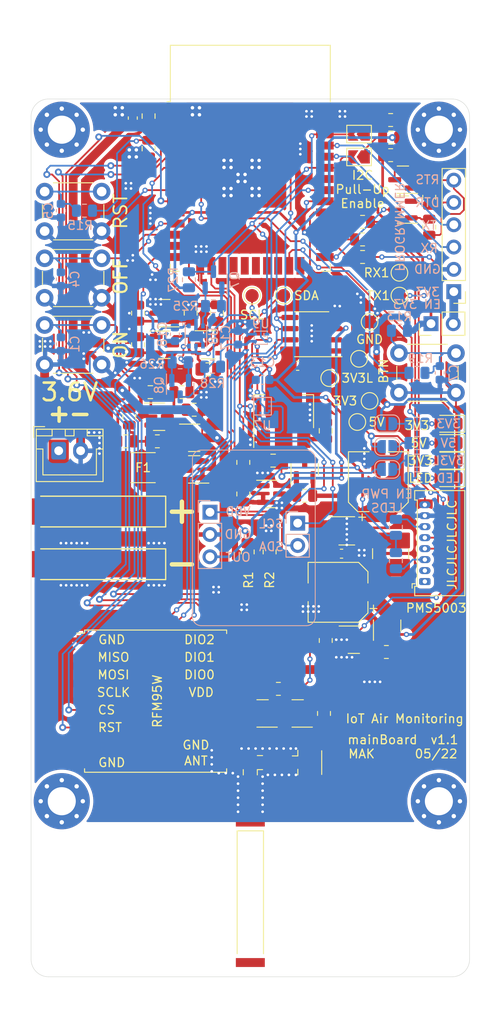
<source format=kicad_pcb>
(kicad_pcb (version 20211014) (generator pcbnew)
  (layers (0 "F.Cu" signal) (31 "B.Cu" signal) (34 "B.Paste" user) (35 "F.Paste" user) (36 "B.SilkS" user "B.Silkscreen") (37 "F.SilkS" user "F.Silkscreen") (38 "B.Mask" user) (39 "F.Mask" user) (44 "Edge.Cuts" user))
  (net 0 "")
  (footprint "Button_Switch_THT:SW_PUSH_6mm" (layer "F.Cu") (at 86.85 72.95)
    (fp_text reference "SW2" hide)
    (fp_text value "PWR_OFF")
  )
  (footprint "Capacitor_SMD:C_0805_2012Metric" (layer "F.Cu") (at 98.7 60.45 -90)
    (fp_text reference "C6" hide)
    (fp_text value "1u")
  )
  (footprint "Package_TO_SOT_SMD:SOT-23" (layer "F.Cu") (at 103.9 93.4)
    (fp_text reference "Q10" hide)
    (fp_text value "AO3401A")
  )
  (footprint "Resistor_SMD:R_0805_2012Metric" (layer "F.Cu") (at 116.5 100 180)
    (fp_text reference "R33" hide)
    (fp_text value "100k")
  )
  (footprint "Resistor_SMD:R_0805_2012Metric" (layer "F.Cu") (at 118.9 116.4875 -90)
    (fp_text reference "R24" hide)
    (fp_text value "100k")
  )
  (footprint "Resistor_SMD:R_0805_2012Metric" (layer "F.Cu") (at 130.7 66 -90)
    (fp_text reference "R8" hide)
    (fp_text value "10k")
  )
  (footprint "Resistor_SMD:R_0805_2012Metric" (layer "F.Cu") (at 113.5 122)
    (fp_text reference "R41" hide)
    (fp_text value "100k")
  )
  (footprint "Inductor_SMD:L_Coilcraft_LPS4018" (layer "F.Cu") (at 126.3 106.6 90)
    (fp_text reference "L1" hide)
    (fp_text value "22u")
  )
  (footprint "Resistor_SMD:R_0805_2012Metric" (layer "F.Cu") (at 123.1 72.8 180)
    (fp_text reference "R7" hide)
    (fp_text value "220")
  )
  (footprint "Resistor_SMD:R_0805_2012Metric" (layer "F.Cu") (at 123.1 68.8 180)
    (fp_text reference "R12" hide)
    (fp_text value "220")
  )
  (footprint "TestPoint:TestPoint_Pad_D1.5mm" (layer "F.Cu") (at 123.9 80.2)
    (fp_text reference "TP9" hide)
    (fp_text value "TP_GND")
  )
  (footprint "Capacitor_SMD:CP_Elec_6.3x7.7" (layer "F.Cu") (at 120.3 111 180)
    (fp_text reference "C19" hide)
    (fp_text value "47u")
  )
  (footprint "Resistor_SMD:R_0805_2012Metric" (layer "F.Cu") (at 109.5 99.8 -90)
    (fp_text reference "R36" hide)
    (fp_text value "100k")
  )
  (footprint "Package_TO_SOT_SMD:SOT-223-3_TabPin2" (layer "F.Cu") (at 114.1 90.4 90)
    (fp_text reference "U3" hide)
    (fp_text value "AMS1117-3.3")
  )
  (footprint "mainBoard:RF_Splitter" (layer "F.Cu") (at 110.297492 130.4)
    (fp_text reference "S1" hide)
    (fp_text value "RF_Splitter")
  )
  (footprint "Resistor_SMD:R_0805_2012Metric" (layer "F.Cu") (at 96.1 93.8 180)
    (fp_text reference "R30" hide)
    (fp_text value "100k")
  )
  (footprint "Resistor_SMD:R_0805_2012Metric_Pad1.20x1.40mm_HandSolder" (layer "F.Cu") (at 112.5 106.4 90)
    (fp_text reference "R2")
    (fp_text value "R")
  )
  (footprint "Resistor_SMD:R_0805_2012Metric_Pad1.20x1.40mm_HandSolder" (layer "F.Cu") (at 110 106.4 -90)
    (fp_text reference "R1")
    (fp_text value "R")
  )
  (footprint "Package_TO_SOT_SMD:SOT-23" (layer "F.Cu") (at 100.5 82.8)
    (fp_text reference "Q3" hide)
    (fp_text value "AO3401A")
  )
  (footprint "RF_Module:HOPERF_RFM9XW_SMD" (layer "F.Cu") (at 99.5 123.4)
    (fp_text reference "U5" hide)
    (fp_text value "RFM95W-868S2")
  )
  (footprint "TestPoint:TestPoint_Pad_D1.5mm" (layer "F.Cu") (at 110.5 77.2)
    (fp_text reference "TP2" hide)
    (fp_text value "TP_SCL")
  )
  (footprint "mainBoard:2mm_Banana-Socket" (layer "F.Cu") (at 85.4 101.8 90)
    (fp_text reference "J10" hide)
    (fp_text value "BAT+")
  )
  (footprint "Package_TO_SOT_SMD:SOT-23" (layer "F.Cu") (at 103.9 97 180)
    (fp_text reference "Q9" hide)
    (fp_text value "AO3401A")
  )
  (footprint "mainBoard:2mm_Banana-Socket" (layer "F.Cu") (at 85.4 107.8 90)
    (fp_text reference "J9" hide)
    (fp_text value "BAT-")
  )
  (footprint "RF_Module:ESP32-WROOM-32" (layer "F.Cu") (at 110.3 64.55)
    (fp_text reference "U1" hide)
    (fp_text value "ESP32-WROOM-32")
  )
  (footprint "Resistor_SMD:R_0805_2012Metric" (layer "F.Cu") (at 103.9 90.2 180)
    (fp_text reference "R31" hide)
    (fp_text value "10k")
  )
  (footprint "MountingHole:MountingHole_3.2mm_M3_Pad_Via" (layer "F.Cu") (at 88.8 58.3)
    (fp_text reference "H4" hide)
    (fp_text value "MountingHole")
  )
  (footprint "kikit:Board" (layer "F.Cu") (at 91.3 54.8)
    (fp_text reference "B2")
    (fp_text value "Board")
  )
  (footprint "Capacitor_SMD:CP_Elec_6.3x7.7" (layer "F.Cu") (at 124.9 98.4 90)
    (fp_text reference "C21" hide)
    (fp_text value "47u")
  )
  (footprint "Button_Switch_THT:SW_PUSH_6mm" (layer "F.Cu") (at 86.85 65.35)
    (fp_text reference "SW3" hide)
    (fp_text value "RESET")
  )
  (footprint "Resistor_SMD:R_0805_2012Metric" (layer "F.Cu") (at 126.3 57.2)
    (fp_text reference "R16" hide)
    (fp_text value "3k3")
  )
  (footprint "Fuse:Fuse_1812_4532Metric_Pad1.30x3.40mm_HandSolder" (layer "F.Cu") (at 98.075 96.8)
    (fp_text reference "F1")
    (fp_text value "Polyfuse")
  )
  (footprint "LED_SMD:LED_0805_2012Metric_Pad1.15x1.40mm_HandSolder" (layer "F.Cu") (at 132.9 96 180)
    (fp_text reference "D3" hide)
    (fp_text value "LED")
  )
  (footprint "TestPoint:TestPoint_Pad_D1.5mm" (layer "F.Cu") (at 119.3 86.6)
    (fp_text reference "TP7" hide)
    (fp_text value "TP_3V3_L")
  )
  (footprint "Resistor_SMD:R_0805_2012Metric" (layer "F.Cu") (at 109.5 96.2 90)
    (fp_text reference "R9" hide)
    (fp_text value "220")
  )
  (footprint "Capacitor_SMD:C_0603_1608Metric" (layer "F.Cu") (at 120.7 106.6)
    (fp_text reference "C20" hide)
    (fp_text value "100n")
  )
  (footprint "Resistor_SMD:R_0805_2012Metric" (layer "F.Cu") (at 103.5 79.2 90)
    (fp_text reference "R20" hide)
    (fp_text value "100k")
  )
  (footprint "Capacitor_SMD:C_0805_2012Metric" (layer "F.Cu") (at 98.9 88.2 180)
    (fp_text reference "C10" hide)
    (fp_text value "22u")
  )
  (footprint "Connector_PinHeader_2.54mm:PinHeader_1x02_P2.54mm_Vertical" (layer "F.Cu") (at 130.9 80.4 90)
    (fp_text reference "J6" hide)
    (fp_text value "EN_3V3_PROGRAMMER")
  )
  (footprint "Resistor_SMD:R_0805_2012Metric" (layer "F.Cu") (at 125.8125 117.8 180)
    (fp_text reference "R23" hide)
    (fp_text value "100k")
  )
  (footprint "MountingHole:MountingHole_3.2mm_M3_Pad_Via" (layer "F.Cu") (at 131.8 134.8)
    (fp_text reference "H2" hide)
    (fp_text value "MountingHole")
  )
  (footprint "Package_TO_SOT_SMD:SOT-23" (layer "F.Cu") (at 116.5 97 90)
    (fp_text reference "Q12" hide)
    (fp_text value "AO3401A")
  )
  (footprint "Package_SO:SOIC-8_3.9x4.9mm_P1.27mm" (layer "F.Cu") (at 117.3 81.6 180)
    (fp_text reference "U2" hide)
    (fp_text value "MCP3202-BI/SN")
  )
  (footprint "Capacitor_SMD:C_0805_2012Metric" (layer "F.Cu") (at 96.5 91 90)
    (fp_text reference "C9" hide)
    (fp_text value "22u")
  )
  (footprint "LED_SMD:LED_0805_2012Metric_Pad1.15x1.40mm_HandSolder" (layer "F.Cu") (at 132.9 98 180)
    (fp_text reference "D4" hide)
    (fp_text value "LED")
  )
  (footprint "Resistor_SMD:R_0805_2012Metric" (layer "F.Cu") (at 99.7 93.8)
    (fp_text reference "R29" hide)
    (fp_text value "100k")
  )
  (footprint "Connector_Coaxial:U.FL_Hirose_U.FL-R-SMT-1_Vertical" (layer "F.Cu") (at 116.604303 130.4)
    (fp_text reference "J15" hide)
    (fp_text value "U.FL")
  )
  (footprint "Package_TO_SOT_SMD:SOT-23" (layer "F.Cu") (at 127.7 67.4 180)
    (fp_text reference "Q1" hide)
    (fp_text value "MMBT3904")
  )
  (footprint "mainBoard:ANT-868-CHP-T" (layer "F.Cu") (at 110.3 145.175 -90)
    (fp_text reference "AE1" hide)
    (fp_text value "Antenna")
  )
  (footprint "LED_SMD:LED_0805_2012Metric_Pad1.15x1.40mm_HandSolder" (layer "F.Cu") (at 132.9 94 180)
    (fp_text reference "D1" hide)
    (fp_text value "LED")
  )
  (footprint "TestPoint:TestPoint_Pad_D1.5mm" (layer "F.Cu") (at 123.9 89.2)
    (fp_text reference "TP6" hide)
    (fp_text value "TP_3V3")
  )
  (footprint "Package_TO_SOT_SMD:SOT-23" (layer "F.Cu") (at 99.9 91)
    (fp_text reference "Q11" hide)
    (fp_text value "2N7002")
  )
  (footprint "Connector_Molex:Molex_PicoBlade_53048-0810_1x08_P1.25mm_Horizontal" (layer "F.Cu") (at 130.2 109.775 90)
    (fp_text reference "J8" hide)
    (fp_text value "PMS5003")
  )
  (footprint "Package_TO_SOT_SMD:SOT-23" (layer "F.Cu") (at 112.7 99.8)
    (fp_text reference "Q13" hide)
    (fp_text value "2N7002")
  )
  (footprint "Package_TO_SOT_SMD:SOT-23" (layer "F.Cu") (at 127.7 64 180)
    (fp_text reference "Q2" hide)
    (fp_text value "MMBT3904")
  )
  (footprint "TestPoint:TestPoint_Pad_D1.5mm" (layer "F.Cu") (at 114.1 77.2)
    (fp_text reference "TP1" hide)
    (fp_text value "TP_SDA")
  )
  (footprint "Package_TO_SOT_SMD:SOT-23" (layer "F.Cu") (at 122.1 116.4)
    (fp_text reference "Q6" hide)
    (fp_text value "2N7002")
  )
  (footprint "Package_SO:TSOP-5_1.65x3.05mm_P0.95mm" (layer "F.Cu") (at 105.5 82.8)
    (fp_text reference "U11" hide)
    (fp_text value "NCP115ASN180T2G")
  )
  (footprint "TestPoint:TestPoint_Pad_D1.5mm" (layer "F.Cu") (at 127.3 77.2)
    (fp_text reference "TP4" hide)
    (fp_text value "TP_TX1")
  )
  (footprint "Package_TO_SOT_SMD:SOT-23" (layer "F.Cu") (at 115.7 124.8 180)
    (fp_text reference "Q15" hide)
    (fp_text value "2N7002")
  )
  (footprint "Connector_PinHeader_2.54mm:PinHeader_1x06_P2.54mm_Vertical" (layer "F.Cu") (at 133.5 76.75 180)
    (fp_text reference "J4" hide)
    (fp_text value "PROGRAMMER")
  )
  (footprint "TestPoint:TestPoint_Pad_D1.5mm" (layer "F.Cu") (at 122.7 84.4)
    (fp_text reference "TP8" hide)
    (fp_text value "TP_GND")
  )
  (footprint "Resistor_SMD:R_0805_2012Metric" (layer "F.Cu") (at 102.5 88.2)
    (fp_text reference "R32" hide)
    (fp_text value "100k")
  )
  (footprint "Capacitor_SMD:C_0805_2012Metric" (layer "F.Cu") (at 98.7 56.75 90)
    (fp_text reference "C2" hide)
    (fp_text value "22u")
  )
  (footprint "Capacitor_SMD:C_0805_2012Metric" (layer "F.Cu") (at 118.9 92.6 90)
    (fp_text reference "C14" hide)
    (fp_text value "22u")
  )
  (footprint "Capacitor_SMD:C_0603_1608Metric" (layer "F.Cu") (at 96.9 56.975 90)
    (fp_text reference "C3" hide)
    (fp_text value "100n")
  )
  (footprint "Package_TO_SOT_SMD:SOT-23" (layer "F.Cu") (at 125.9 114.8 90)
    (fp_text reference "Q5" hide)
    (fp_text value "AO3401A")
  )
  (footprint "Resistor_SMD:R_0805_2012Metric" (layer "F.Cu") (at 126.3 59.2 180)
    (fp_text reference "R14" hide)
    (fp_text value "3k3")
  )
  (footprint "Resistor_SMD:R_0805_2012Metric" (layer "F.Cu") (at 130.7 69.4 -90)
    (fp_text reference "R6" hide)
    (fp_text value "10k")
  )
  (footprint "Button_Switch_THT:SW_PUSH_6mm" (layer "F.Cu") (at 127.25 83.75)
    (fp_text reference "SW4" hide)
    (fp_text value "SW_Push")
  )
  (footprint "Capacitor_SMD:C_0805_2012Metric" (layer "F.Cu") (at 105.5 85.6)
    (fp_text reference "C23" hide)
    (fp_text value "1u")
  )
  (footprint "Resistor_SMD:R_0805_2012Metric" (layer "F.Cu") (at 126.3 61.2)
    (fp_text reference "R10" hide)
    (fp_text value "10k")
  )
  (footprint "Capacitor_SMD:C_0805_2012Metric" (layer "F.Cu") (at 112.9 96 180)
    (fp_text reference "C15" hide)
    (fp_text value "22u")
  )
  (footprint "Resistor_SMD:R_0805_2012Metric" (layer "F.Cu") (at 118.7 124.8 90)
    (fp_text reference "R42" hide)
    (fp_text value "100k")
  )
  (footprint "TestPoint:TestPoint_Pad_D1.5mm" (layer "F.Cu") (at 127.3 74.6)
    (fp_text reference "TP3" hide)
    (fp_text value "TP_RX1")
  )
  (footprint "Package_TO_SOT_SMD:SOT-23-6_Handsoldering" (layer "F.Cu") (at 121.3 104)
    (fp_text reference "U10" hide)
    (fp_text value "AP1603")
  )
  (footprint "Package_TO_SOT_SMD:SOT-23" (layer "F.Cu") (at 100.5 79.2 180)
    (fp_text reference "Q4" hide)
    (fp_text value "2N7002")
  )
  (footprint "Capacitor_SMD:C_0603_1608Metric" (layer "F.Cu") (at 115.7 85.2)
    (fp_text reference "C8" hide)
    (fp_text value "100n")
  )
  (footprint "Package_TO_SOT_SMD:SOT-23" (layer "F.Cu") (at 111.7 124.8 180)
    (fp_text reference "Q14" hide)
    (fp_text value "AO3401A")
  )
  (footprint "Capacitor_SMD:C_0805_2012Metric" (layer "F.Cu") (at 106.5 79.2 90)
    (fp_text reference "C22" hide)
    (fp_text value "1u")
  )
  (footprint "Jumper:SolderJumper-2_P1.3mm_Open_TrianglePad1.0x1.5mm" (layer "F.Cu") (at 122.7 61.4 180)
    (fp_text reference "JP4" hide)
    (fp_text value " ")
  )
  (footprint "Resistor_SMD:R_0805_2012Metric" (layer "F.Cu") (at 97.5 82.8 90)
    (fp_text reference "R17" hide)
    (fp_text value "100k")
  )
  (footprint "Connector_JST:JST_XH_B2B-XH-A_1x02_P2.50mm_Vertical" (layer "F.Cu") (at 88.45 94.875)
    (fp_text reference "BT1" hide)
    (fp_text value "18650 holder")
  )
  (footprint "MountingHole:MountingHole_3.2mm_M3_Pad_Via" (layer "F.Cu") (at 88.8 134.8)
    (fp_text reference "H3" hide)
    (fp_text value "MountingHole")
  )
  (footprint "Button_Switch_THT:SW_PUSH_6mm" (layer "F.Cu") (at 86.85 80.55)
    (fp_text reference "SW1" hide)
    (fp_text value "PWR_ON")
  )
  (footprint "Resistor_SMD:R_0805_2012Metric" (layer "F.Cu") (at 97.5 79.2 -90)
    (fp_text reference "R18" hide)
    (fp_text value "220")
  )
  (footprint "MountingHole:MountingHole_3.2mm_M3_Pad_Via" (layer "F.Cu") (at 131.8 58.3)
    (fp_text reference "H1" hide)
    (fp_text value "MountingHole")
  )
  (footprint "Jumper:SolderJumper-2_P1.3mm_Open_TrianglePad1.0x1.5mm" (layer "F.Cu") (at 122.7 58.8 180)
    (fp_text reference "JP5" hide)
    (fp_text value " ")
  )
  (footprint "LED_SMD:LED_0805_2012Metric_Pad1.15x1.40mm_HandSolder" (layer "F.Cu") (at 132.9 91.8 180)
    (fp_text reference "D2" hide)
    (fp_text value "LED")
  )
  (footprint "TestPoint:TestPoint_Pad_D1.5mm" (layer "F.Cu") (at 122.5 91.6)
    (fp_text reference "TP5" hide)
    (fp_text value "TP_+5V")
  )
  (footprint "Resistor_SMD:R_0805_2012Metric" (layer "F.Cu") (at 123.1 70.8 180)
    (fp_text reference "R11" hide)
    (fp_text value "220")
  )
  (footprint "Resistor_SMD:R_0805_2012Metric" (layer "B.Cu") (at 129.3 86 180)
    (fp_text reference "R19")
    (fp_text value "220")
  )
  (footprint "Capacitor_SMD:C_0603_1608Metric" (layer "B.Cu") (at 101.7 81.6 -90)
    (fp_text reference "C18")
    (fp_text value "100n")
  )
  (footprint "Connector_PinSocket_2.54mm:PinSocket_1x02_P2.54mm_Vertical" (layer "B.Cu") (at 115.7 103.125 180)
    (fp_text reference "J5" hide)
    (fp_text value "I2C")
  )
  (footprint "Connector_PinSocket_2.54mm:PinSocket_1x03_P2.54mm_Vertical" (layer "B.Cu") (at 105.7 101.875 180)
    (fp_text reference "J3" hide)
    (fp_text value "PWR_LIGHT")
  )
  (footprint "Capacitor_SMD:C_0603_1608Metric" (layer "B.Cu") (at 111.7 86.8 180)
    (fp_text reference "C13")
    (fp_text value "100n")
  )
  (footprint "Resistor_SMD:R_0805_2012Metric" (layer "B.Cu") (at 129.3 91.8)
    (fp_text reference "R4" hide)
    (fp_text value "1k")
  )
  (footprint "Capacitor_SMD:C_0603_1608Metric" (layer "B.Cu") (at 88.7 67.525 -90)
    (fp_text reference "C5")
    (fp_text value "100n")
  )
  (footprint "Capacitor_SMD:C_0603_1608Metric" (layer "B.Cu") (at 88.7 82.725 -90)
    (fp_text reference "C1")
    (fp_text value "100n")
  )
  (footprint "Resistor_SMD:R_0805_2012Metric" (layer "B.Cu") (at 102.3 84.8)
    (fp_text reference "R26")
    (fp_text value "100k")
  )
  (footprint "Jumper:SolderJumper-2_P1.3mm_Open_RoundedPad1.0x1.5mm" (layer "B.Cu") (at 125.9 97)
    (fp_text reference "JP3" hide)
    (fp_text value "EN")
  )
  (footprint "Resistor_SMD:R_0805_2012Metric" (layer "B.Cu") (at 126.9 107.4 -90)
    (fp_text reference "R39" hide)
    (fp_text value "100k")
  )
  (footprint "Resistor_SMD:R_0805_2012Metric" (layer "B.Cu") (at 103.3 75.4 90)
    (fp_text reference "R27")
    (fp_text value "100k")
  )
  (footprint "Resistor_SMD:R_0805_2012Metric" (layer "B.Cu") (at 106 85.3 180)
    (fp_text reference "R28")
    (fp_text value "100k")
  )
  (footprint "mainBoard:SGP30" (layer "B.Cu") (at 104.1 81.8 -90)
    (fp_text reference "U8")
    (fp_text value "SGP30")
  )
  (footprint "Jumper:SolderJumper-2_P1.3mm_Open_RoundedPad1.0x1.5mm" (layer "B.Cu") (at 125.9 94.4)
    (fp_text reference "JP1" hide)
    (fp_text value "EN")
  )
  (footprint "Resistor_SMD:R_0805_2012Metric" (layer "B.Cu") (at 129.3 94)
    (fp_text reference "R3" hide)
    (fp_text value "1k")
  )
  (footprint "Resistor_SMD:R_0805_2012Metric" (layer "B.Cu") (at 106.1 78.4 180)
    (fp_text reference "R25")
    (fp_text value "100k")
  )
  (footprint "Capacitor_SMD:C_0603_1608Metric" (layer "B.Cu") (at 108.9 82 90)
    (fp_text reference "C17")
    (fp_text value "100n")
  )
  (footprint "Package_TO_SOT_SMD:SOT-23" (layer "B.Cu") (at 106.1 75.4 90)
    (fp_text reference "Q7")
    (fp_text value "2N7002")
  )
  (footprint "Capacitor_SMD:C_0603_1608Metric" (layer "B.Cu") (at 131.9 86 -90)
    (fp_text reference "C7")
    (fp_text value "100n")
  )
  (footprint "mainBoard:BMP388" (layer "B.Cu") (at 111.7 89.8 180)
    (fp_text reference "U7")
    (fp_text value "BMP388")
  )
  (footprint "Resistor_SMD:R_0805_2012Metric" (layer "B.Cu") (at 129.3 98)
    (fp_text reference "R21" hide)
    (fp_text value "R")
  )
  (footprint "Capacitor_SMD:C_0603_1608Metric" (layer "B.Cu") (at 88.7 75.325 -90)
    (fp_text reference "C4")
    (fp_text value "100n")
  )
  (footprint "Resistor_SMD:R_0805_2012Metric" (layer "B.Cu") (at 127.3 81.2 180)
    (fp_text reference "R13")
    (fp_text value "100k")
  )
  (footprint "Jumper:SolderJumper-2_P1.3mm_Open_RoundedPad1.0x1.5mm" (layer "B.Cu") (at 125.9 91.8)
    (fp_text reference "JP2" hide)
    (fp_text value "EN")
  )
  (footprint "mainBoard:SHT40" (layer "B.Cu") (at 111.5 82 180)
    (fp_text reference "U9")
    (fp_text value "SHT40")
  )
  (footprint "Resistor_SMD:R_0805_2012Metric" (layer "B.Cu") (at 126.9 103.6 90)
    (fp_text reference "R40" hide)
    (fp_text value "100k")
  )
  (footprint "Resistor_SMD:R_0805_2012Metric" (layer "B.Cu") (at 91.3875 67.525)
    (fp_text reference "R15")
    (fp_text value "330")
  )
  (footprint "Resistor_SMD:R_0805_2012Metric" (layer "B.Cu") (at 129.3 96)
    (fp_text reference "R5" hide)
    (fp_text value "1k")
  )
  (footprint "Package_TO_SOT_SMD:SOT-23" (layer "B.Cu") (at 102.3 87.8 -90)
    (fp_text reference "Q8")
    (fp_text value "2N7002")
  )
  (gr_arc (start 117.700001 113.800001) (mid 117.407108 114.507108) (end 116.700001 114.800001) (layer "B.SilkS") (width 0.1))
  (gr_arc (start 104.700001 114.800001) (mid 103.992894 114.507108) (end 103.700001 113.800001) (layer "B.SilkS") (width 0.1))
  (gr_line (start 116.700001 94.800001) (end 104.700001 94.800001) (layer "B.SilkS") (width 0.1))
  (gr_line (start 117.700001 113.800001) (end 117.700001 95.800001) (layer "B.SilkS") (width 0.1))
  (gr_line (start 104.700001 114.800001) (end 116.700001 114.800001) (layer "B.SilkS") (width 0.1))
  (gr_line (start 103.700001 95.800001) (end 103.700001 113.800001) (layer "B.SilkS") (width 0.1))
  (gr_arc (start 116.700001 94.800001) (mid 117.407108 95.092894) (end 117.700001 95.800001) (layer "B.SilkS") (width 0.1))
  (gr_arc (start 103.700001 95.800001) (mid 103.992894 95.092894) (end 104.700001 94.800001) (layer "B.SilkS") (width 0.1))
  (gr_line (start 85.3 152.8) (end 85.3 56.8) (layer "Edge.Cuts") (width 0.05))
  (gr_arc (start 135.3 152.8) (mid 134.714214 154.214214) (end 133.3 154.8) (layer "Edge.Cuts") (width 0.05))
  (gr_arc (start 87.3 154.8) (mid 85.885786 154.214214) (end 85.3 152.8) (layer "Edge.Cuts") (width 0.05))
  (gr_line (start 87.3 54.8) (end 133.3 54.8) (layer "Edge.Cuts") (width 0.05))
  (gr_arc (start 85.3 56.8) (mid 85.885786 55.385786) (end 87.3 54.8) (layer "Edge.Cuts") (width 0.05))
  (gr_line (start 135.3 56.8) (end 135.3 152.8) (layer "Edge.Cuts") (width 0.05))
  (gr_arc (start 133.3 54.8) (mid 134.714214 55.385786) (end 135.3 56.8) (layer "Edge.Cuts") (width 0.05))
  (gr_line (start 133.3 154.8) (end 87.3 154.8) (layer "Edge.Cuts") (width 0.05))
  (gr_text "3V3" (at 132.9 91.8) (layer "B.SilkS") (effects (font (size 1 1)) (justify mirror)))
  (gr_text "3V3L" (at 132.9 96) (layer "B.SilkS") (effects (font (size 1 1)) (justify mirror)))
  (gr_text "EN PWR\nLEDS" (at 125.9 100.6) (layer "B.SilkS") (effects (font (size 1 1)) (justify mirror)))
  (gr_text "SCL" (at 112.7 103.2) (layer "B.SilkS") (effects (font (size 1 1)) (justify mirror)))
  (gr_text "PROGRAMMER" (at 127.3 69.4 270) (layer "B.SilkS") (effects (font (size 1 1)) (justify mirror)))
  (gr_text "GND" (at 108.9 104.4) (layer "B.SilkS") (effects (font (size 1 1)) (justify mirror)))
  (gr_text "OUT" (at 108.9 107) (layer "B.SilkS") (effects (font (size 1 1)) (justify mirror)))
  (gr_text "EN 3V3" (at 129.3 78.2) (layer "B.SilkS") (effects (font (size 1 1)) (justify mirror)))
  (gr_text "TX" (at 130.7 69.2) (layer "B.SilkS") (effects (font (size 1 1)) (justify mirror)))
  (gr_text "GND" (at 130.5 74.2) (layer "B.SilkS") (effects (font (size 1 1)) (justify mirror)))
  (gr_text "RTS" (at 130.5 64) (layer "B.SilkS") (effects (font (size 1 1)) (justify mirror)))
  (gr_text "LED" (at 132.9 98) (layer "B.SilkS") (effects (font (size 1 1)) (justify mirror)))
  (gr_text "RX" (at 130.7 71.8) (layer "B.SilkS") (effects (font (size 1 1)) (justify mirror)))
  (gr_text "3V3" (at 130.5 76.8) (layer "B.SilkS") (effects (font (size 1 1)) (justify mirror)))
  (gr_text "SDA" (at 112.7 105.8) (layer "B.SilkS") (effects (font (size 1 1)) (justify mirror)))
  (gr_text "VDD" (at 108.9 101.8) (layer "B.SilkS") (effects (font (size 1 1)) (justify mirror)))
  (gr_text "DTR" (at 130.5 66.6) (layer "B.SilkS") (effects (font (size 1 1)) (justify mirror)))
  (gr_text "5V" (at 132.9 94) (layer "B.SilkS") (effects (font (size 1 1)) (justify mirror)))
  (gr_text "RFM95W" (at 99.7 123.4 90) (layer "F.SilkS") (effects (font (size 1 1))))
  (gr_text "GND" (at 123.9 82.2) (layer "F.SilkS") (effects (font (size 1 1))))
  (gr_text "+" (at 88.5 90.6) (layer "F.SilkS") (effects (font (size 2 2) (thickness 0.4))))
  (gr_text "3V3" (at 129.3 92) (layer "F.SilkS") (effects (font (size 1 1))))
  (gr_text "IoT Air Monitoring" (at 127.9 125.4) (layer "F.SilkS") (effects (font (size 1 1))))
  (gr_text "5V" (at 129.5 94) (layer "F.SilkS") (effects (font (size 1 1))))
  (gr_text "GND" (at 94.5 116.4) (layer "F.SilkS") (effects (font (size 1 1))))
  (gr_text "SCL" (at 110.5 79.4) (layer "F.SilkS") (effects (font (size 1 1))))
  (gr_text "GND" (at 104.1 128.4) (layer "F.SilkS") (effects (font (size 1 1))))
  (gr_text "ON" (at 95.5 82.8 90) (layer "F.SilkS") (effects (font (size 1.5 1.5) (thickness 0.25))))
  (gr_text "CS" (at 93.9 124.4) (layer "F.SilkS") (effects (font (size 1 1))))
  (gr_text "JLCJLCJLCJLC" (at 133.3 105.6 90) (layer "F.SilkS") (effects (font (size 1 1))))
  (gr_text "5V" (at 124.7 91.6) (layer "F.SilkS") (effects (font (size 1 1))))
  (gr_text "RX1" (at 124.7 74.6) (layer "F.SilkS") (effects (font (size 1 1))))
  (gr_text "3.6V" (at 89.7 88.2) (layer "F.SilkS") (effects (font (size 2 2) (thickness 0.3))))
  (gr_text "LED" (at 129.7 98) (layer "F.SilkS") (effects (font (size 1 1))))
  (gr_text "RST" (at 94.3 126.4) (layer "F.SilkS") (effects (font (size 1 1))))
  (gr_text "VDD" (at 104.7 122.4) (layer "F.SilkS") (effects (font (size 1 1))))
  (gr_text "DIO0" (at 104.5 120.4) (layer "F.SilkS") (effects (font (size 1 1))))
  (gr_text "TX1" (at 124.9 77.2) (layer "F.SilkS") (effects (font (size 1 1))))
  (gr_text "3V3L" (at 122.5 86.6) (layer "F.SilkS") (effects (font (size 1 1))))
  (gr_text "mainBoard  v1.1\nMAK      05/22" (at 127.7 128.6) (layer "F.SilkS") (effects (font (size 1 1))))
  (gr_text "SDA" (at 116.7 77.2) (layer "F.SilkS") (effects (font (size 1 1))))
  (gr_text "MISO" (at 94.7 118.4) (layer "F.SilkS") (effects (font (size 1 1))))
  (gr_text "BTN" (at 125.5 85.8 90) (layer "F.SilkS") (effects (font (size 1 1))))
  (gr_text "RST" (at 95.5 67.6 90) (layer "F.SilkS") (effects (font (size 1.5 1.5) (thickness 0.2))))
  (gr_text "MOSI" (at 94.7 120.4) (layer "F.SilkS") (effects (font (size 1 1))))
  (gr_text "I2C\nPull-Up\nEnable" (at 123.1 65.1) (layer "F.SilkS") (effects (font (size 1 1))))
  (gr_text "DIO1" (at 104.5 118.4) (layer "F.SilkS") (effects (font (size 1 1))))
  (gr_text "+" (at 102.5 101.6) (layer "F.SilkS") (effects (font (size 3 3) (thickness 0.5))))
  (gr_text "SCLK" (at 94.7 122.4) (layer "F.SilkS") (effects (font (size 1 1))))
  (gr_text "GND" (at 94.5 130.4) (layer "F.SilkS") (effects (font (size 1 1))))
  (gr_text "-" (at 90.9 90.6) (layer "F.SilkS") (effects (font (size 2 2) (thickness 0.4))))
  (gr_text "3V3" (at 129.7 96) (layer "F.SilkS") (effects (font (size 1 1))))
  (gr_text "PMS5003" (at 131.5 112.8) (layer "F.SilkS") (effects (font (size 1 1))))
  (gr_text "-" (at 102.5 107.6) (layer "F.SilkS") (effects (font (size 3 3) (thickness 0.5))))
  (gr_text "OFF" (at 95.5 75 90) (layer "F.SilkS") (effects (font (size 1.5 1.5) (thickness 0.25))))
  (gr_text "ANT" (at 104.1 130.2) (layer "F.SilkS") (effects (font (size 1 1))))
  (gr_text "3V3" (at 121.1 89.2) (layer "F.SilkS") (effects (font (size 1 1))))
  (gr_text "DIO2" (at 104.5 116.4) (layer "F.SilkS") (effects (font (size 1 1))))
  (segment (start 114.745 72.355) (end 114.745 73.805) (width 0.2) (layer "F.Cu") (net 0))
  (segment (start 108.10048 77.40048) (end 108.10048 92.40048) (width 0.2) (layer "F.Cu") (net 0))
  (segment (start 128.6375 68.35) (end 129.65 68.35) (width 0.2) (layer "F.Cu") (net 0))
  (segment (start 127.1 93.2) (end 124.1 93.2) (width 0.2) (layer "F.Cu") (net 0))
  (segment (start 98.9625 91.2625) (end 98.6 90.9) (width 0.4) (layer "F.Cu") (net 0))
  (segment (start 122.3 106.6) (end 122.7 106.2) (width 0.5) (layer "F.Cu") (net 0))
  (segment (start 119.95 105.8) (end 119.925 105.825) (width 0.5) (layer "F.Cu") (net 0))
  (segment (start 93.5 82.6) (end 94.1 83.2) (width 1) (layer "F.Cu") (net 0))
  (segment (start 121.3 105) (end 121.3 105.6) (width 0.5) (layer "F.Cu") (net 0))
  (segment (start 104.8375 93.4) (end 106.5 93.4) (width 1) (layer "F.Cu") (net 0))
  (segment (start 95.10048 85.165486) (end 96.5 86.565006) (width 0.2) (layer "F.Cu") (net 0))
  (segment (start 126.5 70.8) (end 129.1 73.4) (width 0.2) (layer "F.Cu") (net 0))
  (segment (start 96.312 83.7125) (end 96.29952 83.70002) (width 1) (layer "F.Cu") (net 0))
  (segment (start 89.5 86) (end 88.9 85.4) (width 0.2) (layer "F.Cu") (net 0))
  (segment (start 96.9 56.2) (end 97.3 56.2) (width 0.5) (layer "F.Cu") (net 0))
  (segment (start 101.8 67.725) (end 103.675 67.725) (width 0.3) (layer "F.Cu") (net 0))
  (segment (start 95.5 85) (end 95.5 73) (width 0.2) (layer "F.Cu") (net 0))
  (segment (start 131 91.8) (end 131.875 91.8) (width 0.2) (layer "F.Cu") (net 0))
  (segment (start 99.1 88.2) (end 99.85 88.2) (width 0.3) (layer "F.Cu") (net 0))
  (segment (start 98.7 55.8) (end 99.9 55.8) (width 0.5) (layer "F.Cu") (net 0))
  (segment (start 115.5 115.8) (end 115.5 118.4) (width 1) (layer "F.Cu") (net 0))
  (segment (start 97.5 83.7125) (end 96.312 83.7125) (width 1) (layer "F.Cu") (net 0))
  (segment (start 111.1 86.6) (end 112.1 85.6) (width 0.2) (layer "F.Cu") (net 0))
  (segment (start 118.6625 125.75) (end 118.7 125.7125) (width 0.2) (layer "F.Cu") (net 0))
  (segment (start 102.672059 83.927941) (end 102.672059 83.006266) (width 0.2) (layer "F.Cu") (net 0))
  (segment (start 99.9 57.7) (end 98.7 57.7) (width 0.7) (layer "F.Cu") (net 0))
  (segment (start 117.3 81.8) (end 117.3 81.2) (width 0.2) (layer "F.Cu") (net 0))
  (segment (start 98.7875 93.1125) (end 98.7875 93.8) (width 0.3) (layer "F.Cu") (net 0))
  (segment (start 97.0125 93.8) (end 98.7875 93.8) (width 0.3) (layer "F.Cu") (net 0))
  (segment (start 96.5 118.4) (end 101.9 113) (width 0.2) (layer "F.Cu") (net 0))
  (segment (start 131.875 94) (end 131 94) (width 0.2) (layer "F.Cu") (net 0))
  (segment (start 129.5 97.4) (end 131.7 99.6) (width 0.2) (layer "F.Cu") (net 0))
  (segment (start 121.195 83.505) (end 121.9 82.8) (width 0.2) (layer "F.Cu") (net 0))
  (segment (start 114.79 81) (end 114.825 80.965) (width 0.2) (layer "F.Cu") (net 0))
  (segment (start 114.7 100) (end 115.5875 100) (width 0.5) (layer "F.Cu") (net 0))
  (segment (start 110.5 78.6) (end 110.5 77.2) (width 0.2) (layer "F.Cu") (net 0))
  (segment (start 99.525 83.7125) (end 99.5625 83.75) (width 0.3) (layer "F.Cu") (net 0))
  (segment (start 113.5 107.2) (end 113.5 103.2) (width 0.2) (layer "F.Cu") (net 0))
  (segment (start 97.4 59.5) (end 97.3 59.6) (width 0.2) (layer "F.Cu") (net 0))
  (segment (start 124.0125 70.8) (end 126.5 70.8) (width 0.2) (layer "F.Cu") (net 0))
  (segment (start 91.5 122.4) (end 95.1 122.4) (width 0.2) (layer "F.Cu") (net 0))
  (segment (start 90.1 82.6) (end 93.5 82.6) (width 1) (layer "F.Cu") (net 0))
  (segment (start 109.5 91.2) (end 108.5 90.2) (width 0.2) (layer "F.Cu") (net 0))
  (segment (start 133.5 65) (end 133.5 64.05) (width 0.2) (layer "F.Cu") (net 0))
  (segment (start 111.1 88.191266) (end 111.1 86.6) (width 0.2) (layer "F.Cu") (net 0))
  (segment (start 129.94952 75.04952) (end 130.9 76) (width 0.3) (layer "F.Cu") (net 0))
  (segment (start 116.855 62.645) (end 118.8 62.645) (width 0.2) (layer "F.Cu") (net 0))
  (segment (start 121.3 102.6) (end 121.3 103.2) (width 0.5) (layer "F.Cu") (net 0))
  (segment (start 107.700961 92.565967) (end 107.70096 77.6) (width 0.2) (layer "F.Cu") (net 0))
  (segment (start 121.9 77.8) (end 118.7 74.6) (width 0.2) (layer "F.Cu") (net 0))
  (segment (start 98.7 85.8) (end 96.3 85.8) (width 0.2) (layer "F.Cu") (net 0))
  (segment (start 104.34 83.75) (end 104.34 84.44) (width 0.3) (layer "F.Cu") (net 0))
  (segment (start 118.9 117.4) (end 119.9 117.4) (width 0.5) (layer "F.Cu") (net 0))
  (segment (start 130.2 100.1) (end 130.2 101.025) (width 0.2) (layer "F.Cu") (net 0))
  (segment (start 117.1 116) (end 117.1 118.6) (width 0.2) (layer "F.Cu") (net 0))
  (segment (start 98.1 77) (end 98.1 74.2) (width 0.2) (layer "F.Cu") (net 0))
  (segment (start 124.95 116.75) (end 124.9 116.8) (width 0.5) (layer "F.Cu") (net 0))
  (segment (start 113.9 103) (end 113.9 112.8) (width 0.2) (layer "F.Cu") (net 0))
  (segment (start 99.7 74.2) (end 99.5 74) (width 0.2) (layer "F.Cu") (net 0))
  (segment (start 103.4625 78.25) (end 103.5 78.2875) (width 0.3) (layer "F.Cu") (net 0))
  (segment (start 121.3 103.2) (end 121.3 103.8) (width 0.5) (layer "F.Cu") (net 0))
  (segment (start 107.5 114.2) (end 107.5 116.4) (width 0.2) (layer "F.Cu") (net 0))
  (segment (start 117.3 85) (end 117.3 82.4) (width 0.2) (layer "F.Cu") (net 0))
  (segment (start 128.3 98.2) (end 130.2 100.1) (width 0.2) (layer "F.Cu") (net 0))
  (segment (start 104.5 111.2) (end 107.5 114.2) (width 0.2) (layer "F.Cu") (net 0))
  (segment (start 86.85 87.15) (end 90.95 91.25) (width 1) (layer "F.Cu") (net 0))
  (segment (start 123.425 57.675) (end 123.9 57.2) (width 0.2) (layer "F.Cu") (net 0))
  (segment (start 108.1 101.367144) (end 108.1 93.4) (width 0.2) (layer "F.Cu") (net 0))
  (segment (start 114.7625 123.4625) (end 114.4125 123.1125) (width 0.2) (layer "F.Cu") (net 0))
  (segment (start 110.5 85) (end 110.5 82.752162) (width 0.2) (layer "F.Cu") (net 0))
  (segment (start 110 107.4) (end 112.5 107.4) (width 0.2) (layer "F.Cu") (net 0))
  (segment (start 107.3 105.4) (end 107.3 107.6) (width 1) (layer "F.Cu") (net 0))
  (segment (start 97.5 81.8875) (end 99.525 81.8875) (width 0.3) (layer "F.Cu") (net 0))
  (segment (start 97.82548 90.52548) (end 98.2 90.9) (width 0.4) (layer "F.Cu") (net 0))
  (segment (start 117.1 74) (end 117.1 68.2) (width 0.2) (layer "F.Cu") (net 0))
  (segment (start 120.8 70.8) (end 122.1875 70.8) (width 0.2) (layer "F.Cu") (net 0))
  (segment (start 110 105.4) (end 110 104.3) (width 0.25) (layer "F.Cu") (net 0))
  (segment (start 107.3 94.2) (end 107.3 105.4) (width 1) (layer "F.Cu") (net 0))
  (segment (start 120.6 61.7) (end 120.9 61.4) (width 0.2) (layer "F.Cu") (net 0))
  (segment (start 102.69952 77.19952) (end 99.7 74.2) (width 0.2) (layer "F.Cu") (net 0))
  (segment (start 116.4 93.55) (end 118.9 93.55) (width 0.5) (layer "F.Cu") (net 0))
  (segment (start 113.225 67.725) (end 113.612879 67.725) (width 0.3) (layer "F.Cu") (net 0))
  (segment (start 134.2 67.9) (end 134.649511 67.450489) (width 0.2) (layer "F.Cu") (net 0))
  (segment (start 120.155 62.645) (end 120.6 62.2) (width 0.2) (layer "F.Cu") (net 0))
  (segment (start 107.5 76.8) (end 108.10048 77.40048) (width 0.2) (layer "F.Cu") (net 0))
  (segment (start 95.7 88) (end 94.9 87.2) (width 1) (layer "F.Cu") (net 0))
  (segment (start 94.394575 62.399947) (end 99.202138 62.4) (width 0.2) (layer "F.Cu") (net 0))
  (segment (start 99.600009 112.499511) (end 91.999511 112.499511) (width 0.2) (layer "F.Cu") (net 0))
  (segment (start 90.95 91.25) (end 90.95 94.875) (width 1) (layer "F.Cu") (net 0))
  (segment (start 113.3 107.4) (end 113.5 107.2) (width 0.2) (layer "F.Cu") (net 0))
  (segment (start 118.8 68.995) (end 120.705 68.995) (width 0.2) (layer "F.Cu") (net 0))
  (segment (start 102.4 84.4) (end 102.672059 83.927941) (width 0.2) (layer "F.Cu") (net 0))
  (segment (start 104.9 76.8) (end 107.5 76.8) (width 0.2) (layer "F.Cu") (net 0))
  (segment (start 98.315 65.185) (end 101.8 65.185) (width 0.2) (layer "F.Cu") (net 0))
  (segment (start 118.8 71.535) (end 120.135 71.535) (width 0.2) (layer "F.Cu") (net 0))
  (segment (start 112.1 85.6) (end 112.5 85.6) (width 0.2) (layer "F.Cu") (net 0))
  (segment (start 106.5 80.15) (end 106.5 79.9) (width 0.3) (layer "F.Cu") (net 0))
  (segment (start 99.202138 62.4) (end 100.1 61.502138) (width 0.2) (layer "F.Cu") (net 0))
  (segment (start 131.475 106.025) (end 130.2 106.025) (width 0.2) (layer "F.Cu") (net 0))
  (segment (start 107.5 122.4) (end 109.9 122.4) (width 0.5) (layer "F.Cu") (net 0))
  (segment (start 91.5 120.4) (end 95.9 120.4) (width 0.2) (layer "F.Cu") (net 0))
  (segment (start 121.3 105.6) (end 121.3 105.9) (width 0.5) (layer "F.Cu") (net 0))
  (segment (start 103.55 96.05) (end 104.8375 96.05) (width 0.7) (layer "F.Cu") (net 0))
  (segment (start 130.1 77.2) (end 129.5 77.2) (width 0.2) (layer "F.Cu") (net 0))
  (segment (start 105.5 83.6) (end 106.3 82.8) (width 0.3) (layer "F.Cu") (net 0))
  (segment (start 114.825 79.695) (end 113.405 79.695) (width 0.2) (layer "F.Cu") (net 0))
  (segment (start 87.7 63.4) (end 87.1 63.4) (width 0.2) (layer "F.Cu") (net 0))
  (segment (start 107.5 120.4) (end 106.3 120.4) (width 0.2) (layer "F.Cu") (net 0))
  (segment (start 123.3 106.8) (end 123.3 106.2) (width 0.5) (layer "F.Cu") (net 0))
  (segment (start 97.5 83.7125) (end 99.525 83.7125) (width 0.3) (layer "F.Cu") (net 0))
  (segment (start 117.1 68.2) (end 117.575 67.725) (width 0.2) (layer "F.Cu") (net 0))
  (segment (start 120.7 96.2) (end 120.7 98) (width 0.3) (layer "F.Cu") (net 0))
  (segment (start 107.30048 77.19952) (end 102.69952 77.19952) (width 0.2) (layer "F.Cu") (net 0))
  (segment (start 106.66 81.36) (end 106.66 81.85) (width 0.3) (layer "F.Cu") (net 0))
  (segment (start 98.5 79.2) (end 99.5625 79.2) (width 0.3) (layer "F.Cu") (net 0))
  (segment (start 123.4 60.5) (end 123.4 61.375) (width 0.2) (layer "F.Cu") (net 0))
  (segment (start 117.05 87.25) (end 117.7 86.6) (width 0.2) (layer "F.Cu") (net 0))
  (segment (start 90.5 87.4) (end 90.5 86.434994) (width 0.2) (layer "F.Cu") (net 0))
  (segment (start 121.1625 117.35) (end 119.95 117.35) (width 0.5) (layer "F.Cu") (net 0))
  (segment (start 127.2125 59.2) (end 127.2125 59.218192) (width 0.7) (layer "F.Cu") (net 0))
  (segment (start 90.5 86.434994) (end 89.29952 85.234514) (width 0.2) (layer "F.Cu") (net 0))
  (segment (start 103.3 71.8) (end 103.3 75.2) (width 0.2) (layer "F.Cu") (net 0))
  (segment (start 118.205 79.695) (end 119.775 79.695) (width 0.2) (layer "F.Cu") (net 0))
  (segment (start 124.9 117.8) (end 124.9 116.8) (width 0.5) (layer "F.Cu") (net 0))
  (segment (start 132.899511 89.999511) (end 132.049511 89.149511) (width 0.2) (layer "F.Cu") (net 0))
  (segment (start 115.5 118.4) (end 115.5 119.8) (width 1) (layer "F.Cu") (net 0))
  (segment (start 122.5 91.6) (end 124.1 93.2) (width 0.2) (layer "F.Cu") (net 0))
  (segment (start 99.9 112.19952) (end 99.600009 112.499511) (width 0.2) (layer "F.Cu") (net 0))
  (segment (start 133.75 90.05) (end 133.925 90.225) (width 0.2) (layer "F.Cu") (net 0))
  (segment (start 103.415 63.915) (end 103.9 64.4) (width 0.2) (layer "F.Cu") (net 0))
  (segment (start 92.5 87.2) (end 90.1 84.8) (width 1) (layer "F.Cu") (net 0))
  (segment (start 99.7 59.5) (end 98.7 59.5) (width 0.7) (layer "F.Cu") (net 0))
  (segment (start 117.45 99.9625) (end 117.4125 100) (width 0.5) (layer "F.Cu") (net 0))
  (segment (start 101.8 71.535) (end 103.035 71.535) (width 0.2) (layer "F.Cu") (net 0))
  (segment (start 100.035 57.565) (end 99.9 57.7) (width 0.7) (layer "F.Cu") (net 0))
  (segment (start 117.1 85.2) (end 117.3 85) (width 0.2) (layer "F.Cu") (net 0))
  (segment (start 112.7 101.8) (end 113.9 103) (width 0.2) (layer "F.Cu") (net 0))
  (segment (start 96.29952 83.70002) (end 96.29952 83.6) (width 1) (layer "F.Cu") (net 0))
  (segment (start 120.9 68.8) (end 122.1875 68.8) (width 0.2) (layer "F.Cu") (net 0))
  (segment (start 128.7 82.6) (end 128.7 82) (width 0.2) (layer "F.Cu") (net 0))
  (segment (start 121.475 106.6) (end 122.3 106.6) (width 0.5) (layer "F.Cu") (net 0))
  (segment (start 114.9 71) (end 116.3 71) (width 0.2) (layer "F.Cu") (net 0))
  (segment (start 101.55 92.45) (end 102.9625 92.45) (width 0.3) (layer "F.Cu") (net 0))
  (segment (start 115.5 119.8) (end 113.3 119.8) (width 1) (layer "F.Cu") (net 0))
  (segment (start 112.465 58.835) (end 101.8 58.835) (width 0.2) (layer "F.Cu") (net 0))
  (segment (start 118.8 58.835) (end 117.465 58.835) (width 0.2) (layer "F.Cu") (net 0))
  (segment (start 97.7 55.8) (end 98.7 55.8) (width 0.5) (layer "F.Cu") (net 0))
  (segment (start 97.3 56.2) (end 97.7 55.8) (width 0.5) (layer "F.Cu") (net 0))
  (segment (start 120.195 60.105) (end 120.2 60.1) (width 0.2) (layer "F.Cu") (net 0))
  (segment (start 127.3 77.2) (end 128.5 77.2) (width 0.2) (layer "F.Cu") (net 0))
  (segment (start 104.8125 90.2) (end 104.8125 93.375) (width 0.2) (layer "F.Cu") (net 0))
  (segment (start 113.106414 84.206414) (end 113.106414 82.593586) (width 0.2) (layer "F.Cu") (net 0))
  (segment (start 101.4375 82.8) (end 101.4375 82.0625) (width 0.3) (layer "F.Cu") (net 0))
  (segment (start 96.600489 111.899511) (end 93.199511 111.899511) (width 0.2) (layer "F.Cu") (net 0))
  (segment (start 101.8 63.915) (end 103.415 63.915) (width 0.2) (layer "F.Cu") (net 0))
  (segment (start 113.5 103.2) (end 112.49952 102.19952) (width 0.2) (layer "F.Cu") (net 0))
  (segment (start 113.6375 99.8) (end 114.5 99.8) (width 0.5) (layer "F.Cu") (net 0))
  (segment (start 108.1 93.4) (end 108.1 93) (width 0.2) (layer "F.Cu") (net 0))
  (segment (start 133.925 94) (end 133.925 96) (width 0.2) (layer "F.Cu") (net 0))
  (segment (start 121.3 105.9) (end 121.475 106.075) (width 0.5) (layer "F.Cu") (net 0))
  (segment (start 104.8125 93.375) (end 104.8375 93.4) (width 0.2) (layer "F.Cu") (net 0))
  (segment (start 103.32157 81.87843) (end 103.35 81.85) (width 0.3) (layer "F.Cu") (net 0))
  (segment (start 117.45 97.9375) (end 117.45 99.9625) (width 0.5) (layer "F.Cu") (net 0))
  (segment (start 94.9 87.2) (end 92.5 87.2) (width 1) (layer "F.Cu") (net 0))
  (segment (start 97.82548 88.32452) (end 97.82548 90.52548) (width 0.4) (layer "F.Cu") (net 0))
  (segment (start 128.5 90.4) (end 128.5 89.6) (width 0.2) (layer "F.Cu") (net 0))
  (segment (start 130.7 66.9125) (end 131.9875 66.9125) (width 0.2) (layer "F.Cu") (net 0))
  (segment (start 100.1 61.502138) (end 100.1 60.6) (width 0.2) (layer "F.Cu") (net 0))
  (segment (start 101.4375 78.25) (end 103.25 78.25) (width 0.3) (layer "F.Cu") (net 0))
  (segment (start 124.7 59.2) (end 123.4 60.5) (width 0.2) (layer "F.Cu") (net 0))
  (segment (start 115.5 69.612121) (end 115.5 70) (width 0.3) (layer "F.Cu") (net 0))
  (segment (start 132.899511 110.200489) (end 132.899511 89.999511) (width 0.2) (layer "F.Cu") (net 0))
  (segment (start 116.475 85.2) (end 117.1 85.2) (width 0.2) (layer "F.Cu") (net 0))
  (segment (start 99.5 74) (end 99.5 73.8) (width 0.2) (layer "F.Cu") (net 0))
  (segment (start 116.7 62.8) (end 116.855 62.645) (width 0.2) (layer "F.Cu") (net 0))
  (segment (start 107.3 107.6) (end 115.5 115.8) (width 1) (layer "F.Cu") (net 0))
  (segment (start 133.935655 65.4) (end 133.9 65.4) (width 0.2) (layer "F.Cu") (net 0))
  (segment (start 129.8 65.1) (end 130.6875 65.1) (width 0.2) (layer "F.Cu") (net 0))
  (segment (start 102.9625 94.0625) (end 102.9625 94.35) (width 0.3) (layer "F.Cu") (net 0))
  (segment (start 126.9125 115.8) (end 126.85 115.7375) (width 0.3) (layer "F.Cu") (net 0))
  (segment (start 119.95 104) (end 121.1 104) (width 0.5) (layer "F.Cu") (net 0))
  (segment (start 95.65 90.05) (end 95.1875 90.5125) (width 0.3) (layer "F.Cu") (net 0))
  (segment (start 130.9 76) (end 130.9 80.4) (width 0.3) (layer "F.Cu") (net 0))
  (segment (start 122.65 101.55) (end 121.1 100) (width 0.5) (layer "F.Cu") (net 0))
  (segment (start 104.55 84.65) (end 104.55 85.6) (width 0.3) (layer "F.Cu") (net 0))
  (segment (start 109.1 81.8) (end 111.9 79) (width 0.2) (layer "F.Cu") (net 0))
  (segment (start 121.4 72.8) (end 122.1875 72.8) (width 0.2) (layer "F.Cu") (net 0))
  (segment (start 133.5 64.05) (end 132.15 64.05) (width 0.2) (layer "F.Cu") (net 0))
  (segment (start 103.35 81.85) (end 104.34 81.85) (width 0.3) (layer "F.Cu") (net 0))
  (segment (start 121.135 80.965) (end 121.2 80.9) (width 0.3) (layer "F.Cu") (net 0))
  (segment (start 130.7 70.304345) (end 130.704345 70.3) (width 0.2) (layer "F.Cu") (net 0))
  (segment (start 110.297492 136.644587) (end 110.3 136.647095) (width 1.05577) (layer "F.Cu") (net 0))
  (segment (start 128.1 56.597862) (end 126.902138 55.4) (width 0.2) (layer "F.Cu") (net 0))
  (segment (start 108.10048 92.40048) (end 108.50048 92.80048) (width 0.2) (layer "F.Cu") (net 0))
  (segment (start 96.7 111.8) (end 96.600489 111.899511) (width 0.2) (layer "F.Cu") (net 0))
  (segment (start 100.1 60.6) (end 100.595 60.105) (width 0.2) (layer "F.Cu") (net 0))
  (segment (start 116.845 66.455) (end 118.8 66.455) (width 0.2) (layer "F.Cu") (net 0))
  (segment (start 109.9 122.4) (end 110.7625 123.2625) (width 0.5) (layer "F.Cu") (net 0))
  (segment (start 110.65 98.85) (end 110.6125 98.8875) (width 0.3) (layer "F.Cu") (net 0))
  (segment (start 109.1 89.8) (end 110.3 89.8) (width 0.2) (layer "F.Cu") (net 0))
  (segment (start 109.5 95.2875) (end 109.5 91.2) (width 0.2) (layer "F.Cu") (net 0))
  (segment (start 114.55 125.75) (end 114.7625 125.5375) (width 0.5) (layer "F.Cu") (net 0))
  (segment (start 117.3 82.4) (end 117.3 81.8) (width 0.2) (layer "F.Cu") (net 0))
  (segment (start 132.1 70.1) (end 132.1 68.3) (width 0.2) (layer "F.Cu") (net 0))
  (segment (start 117.575 67.725) (end 118.8 67.725) (width 0.2) (layer "F.Cu") (net 0))
  (segment (start 115.6 98.9) (end 115.6 99.9875) (width 0.5) (layer "F.Cu") (net 0))
  (segment (start 124.850489 66.449511) (end 124.850489 67.750489) (width 0.3) (layer "F.Cu") (net 0))
  (segment (start 128.6375 66.45) (end 129.45 66.45) (width 0.2) (layer "F.Cu") (net 0))
  (segment (start 100.455 62.645) (end 101.8 62.645) (width 0.2) (layer "F.Cu") (net 0))
  (segment (start 127.1 93.2) (end 128.3 94.4) (width 0.2) (layer "F.Cu") (net 0))
  (segment (start 101.795 69) (end 101.8 68.995) (width 0.2) (layer "F.Cu") (net 0))
  (segment (start 106.5 79.9) (end 107 79.4) (width 0.3) (layer "F.Cu") (net 0))
  (segment (start 96.7 111.8) (end 104.3 111.8) (width 0.2) (layer "F.Cu") (net 0))
  (segment (start 126.725 117.8) (end 126.725 115.8625) (width 1) (layer "F.Cu") (net 0))
  (segment (start 97.6 57.7) (end 98.7 57.7) (width 0.7) (layer "F.Cu") (net 0))
  (segment (start 101.9 90.2) (end 102.9875 90.2) (width 0.3) (layer "F.Cu") (net 0))
  (segment (start 117.7 74.6) (end 117.1 74) (width 0.2) (layer "F.Cu") (net 0))
  (segment (start 108.1 93) (end 108.1 92.965006) (width 0.2) (layer "F.Cu") (net 0))
  (segment (start 90.1 82.6) (end 90.1 84.8) (width 1) (layer "F.Cu") (net 0))
  (segment (start 127.2125 61.2) (end 127.9 61.2) (width 0.2) (layer "F.Cu") (net 0))
  (segment (start 123.0375 116.4) (end 123.0375 117.3375) (width 0.5) (layer "F.Cu") (net 0))
  (segment (start 106.5 93.4) (end 107.3 94.2) (width 1) (layer "F.Cu") (net 0))
  (segment (start 125.3875 65.9125) (end 124.850489 66.449511) (width 0.3) (layer "F.Cu") (net 0))
  (segment (start 128.1 61) (end 128.1 56.597862) (width 0.2) (layer "F.Cu") (net 0))
  (segment (start 96.7 92.8) (end 96.9 92.8) (width 0.3) (layer "F.Cu") (net 0))
  (segment (start 100.365 58.835) (end 99.7 59.5) (width 0.7) (layer "F.Cu") (net 0))
  (segment (start 115.935 57.565) (end 118.8 57.565) (width 0.2) (layer "F.Cu") (net 0))
  (segment (start 128.3 94.4) (end 128.3 98.2) (width 0.2) (layer "F.Cu") (net 0))
  (segment (start 131.9 70.3) (end 132.1 70.1) (width 0.2) (layer "F.Cu") (net 0))
  (segment (start 100.1 63.4) (end 100.1 63) (width 0.2) (layer "F.Cu") (net 0))
  (segment (start 116.9 119.8) (end 115.5 119.8) (width 1) (layer "F.Cu") (net 0))
  (segment (start 95.55 72.95) (end 93.35 72.95) (width 0.2) (layer "F.Cu") (net 0))
  (segment (start 120.7 95) (end 123.1 97.4) (width 0.3) (layer "F.Cu") (net 0))
  (segment (start 91.999511 112.499511) (end 91.7 112.2) (width 0.2) (layer "F.Cu") (net 0))
  (segment (start 108.932375 102.199519) (end 108.1 101.367144) (width 0.2) (layer "F.Cu") (net 0))
  (segment (start 97.95 88.2) (end 97.82548 88.32452) (width 0.4) (layer "F.Cu") (net 0))
  (segment (start 103.32157 83.42157) (end 103.32157 81.87843) (width 0.3) (layer "F.Cu") (net 0))
  (segment (start 115.6 99.9875) (end 115.5875 100) (width 0.5) (layer "F.Cu") (net 0))
  (segment (start 113.3 81) (end 114.79 81) (width 0.2) (layer "F.Cu") (net 0))
  (segment (start 120.9 61.4) (end 121.975 61.4) (width 0.2) (layer "F.Cu") (net 0))
  (segment (start 95.1 122.4) (end 103.9 113.6) (width 0.2) (layer "F.Cu") (net 0))
  (segment (start 124.850489 67.750489) (end 129.94952 72.84952) (width 0.3) (layer "F.Cu") (net 0))
  (segment (start 128.7 89.4) (end 128.7 82.6) (width 0.2) (layer "F.Cu") (net 0))
  (segment (start 125.3875 59.2) (end 124.7 59.2) (width 0.2) (layer "F.Cu") (net 0))
  (segment (start 123.9 57.2) (end 125.3875 57.2) (width 0.2) (layer "F.Cu") (net 0))
  (segment (start 129.10048 97) (end 129.10048 97.848302) (width 0.2) (layer "F.Cu") (net 0))
  (segment (start 96.9 57.75) (end 97.55 57.75) (width 0.7) (layer "F.Cu") (net 0))
  (segment (start 98.1 74.2) (end 99.495 72.805) (width 0.2) (layer "F.Cu") (net 0))
  (segment (start 98.3 65.2) (end 98.315 65.185) (width 0.2) (layer "F.Cu") (net 0))
  (segment (start 131.5 111.6) (end 132.899511 110.200489) (width 0.2) (layer "F.Cu") (net 0))
  (segment (start 100.155 66.455) (end 100.1 66.4) (width 0.2) (layer "F.Cu") (net 0))
  (segment (start 124.95 115.7375) (end 124.95 116.75) (width 0.5) (layer "F.Cu") (net 0))
  (segment (start 122.7 106.2) (end 123.3 106.2) (width 0.5) (layer "F.Cu") (net 0))
  (segment (start 132.049511 89.149511) (end 132.049511 74.149511) (width 0.2) (layer "F.Cu") (net 0))
  (segment (start 128.7 82) (end 120.7 74) (width 0.2) (layer "F.Cu") (net 0))
  (segment (start 100.8375 91.7375) (end 101.55 92.45) (width 0.3) (layer "F.Cu") (net 0))
  (segment (start 98.335 70.265) (end 95.65 72.95) (width 0.2) (layer "F.Cu") (net 0))
  (segment (start 103.035 71.535) (end 103.3 71.8) (width 0.2) (layer "F.Cu") (net 0))
  (segment (start 131.7 99.6) (end 131.7 104.4) (width 0.2) (layer "F.Cu") (net 0))
  (segment (start 112.49952 102.19952) (end 112.3 102.19952) (width 0.2) (layer "F.Cu") (net 0))
  (segment (start 109.1 89.8) (end 109.1 81.8) (width 0.2) (layer "F.Cu") (net 0))
  (segment (start 98.9625 88.3375) (end 99.1 88.2) (width 0.3) (layer "F.Cu") (net 0))
  (segment (start 115.55 97.9375) (end 115.55 98.85) (width 0.5) (layer "F.Cu") (net 0))
  (segment (start 124.0125 68.8) (end 125.1 68.8) (width 0.2) (layer "F.Cu") (net 0))
  (segment (start 116.6375 125.301783) (end 115.60048 124.264763) (width 0.2) (layer "F.Cu") (net 0))
  (segment (start 129.10048 74.60048) (end 129.10048 97) (width 0.2) (layer "F.Cu") (net 0))
  (segment (start 96.9 57.75) (end 95.95 57.75) (width 1) (layer "F.Cu") (net 0))
  (segment (start 110.297492 130.4) (end 107.5 130.4) (width 1.05577) (layer "F.Cu") (net 0))
  (segment (start 122.65 115.45) (end 123.3 114.8) (width 0.2) (layer "F.Cu") (net 0))
  (segment (start 120.135 71.535) (end 121.4 72.8) (width 0.2) (layer "F.Cu") (net 0))
  (segment (start 129.65 64.95) (end 129.8 65.1) (width 0.2) (layer "F.Cu") (net 0))
  (segment (start 117.7 86.6) (end 119.3 86.6) (width 0.2) (layer "F.Cu") (net 0))
  (segment (start 129.94952 72.84952) (end 129.94952 75.04952) (width 0.3) (layer "F.Cu") (net 0))
  (segment (start 122.7 106.2) (end 122.7 106.8) (width 0.5) (layer "F.Cu") (net 0))
  (segment (start 118.8 72.805) (end 120.095 72.805) (width 0.2) (layer "F.Cu") (net 0))
  (segment (start 105.5 113.6) (end 104.09952 112.19952) (width 0.2) (layer "F.Cu") (net 0))
  (segment (start 127.3 74.6) (end 129.1 74.6) (width 0.2) (layer "F.Cu") (net 0))
  (segment (start 108.5 90.2) (end 108.5 77.2) (width 0.2) (layer "F.Cu") (net 0))
  (segment (start 120.7 93.8) (end 120.7 95) (width 0.3) (layer "F.Cu") (net 0))
  (segment (start 120.7 74) (end 118.1 74) (width 0.2) (layer "F.Cu") (net 0))
  (segment (start 98.7 59.5) (end 97.4 59.5) (width 0.2) (layer "F.Cu") (net 0))
  (segment (start 130.704345 70.3) (end 131.9 70.3) (width 0.2) (layer "F.Cu") (net 0))
  (segment (start 106.5 81.2) (end 106.66 81.36) (width 0.3) (layer "F.Cu") (net 0))
  (segment (start 125.7 119.8) (end 126.725 118.775) (width 1) (layer "F.Cu") (net 0))
  (segment (start 95.65 72.95) (end 95.55 72.95) (width 0.2) (layer "F.Cu") (net 0))
  (segment (start 116.4 94.9) (end 116.4 93.55) (width 0.5) (layer "F.Cu") (net 0))
  (segment (start 118.7 74.6) (end 117.7 74.6) (width 0.2) (layer "F.Cu") (net 0))
  (segment (start 112.5875 120.5125) (end 113.3 119.8) (width 1) (layer "F.Cu") (net 0))
  (segment (start 99.9 55.8) (end 100.395 56.295) (width 0.5) (layer "F.Cu") (net 0))
  (segment (start 97.55 57.75) (end 97.6 57.7) (width 0.7) (layer "F.Cu") (net 0))
  (segment (start 111.1 84.2) (end 112.5 85.6) (width 0.3) (layer "F.Cu") (net 0))
  (segment (start 86.85 85.05) (end 86.85 87.15) (width 1) (layer "F.Cu") (net 0))
  (segment (start 118.8 61.375) (end 120.0857 61.375) (width 0.2) (layer "F.Cu") (net 0))
  (segment (start 109.097862 101.8) (end 112.7 101.8) (width 0.2) (layer "F.Cu") (net 0))
  (segment (start 125.3875 61.2) (end 125.3875 65.9125) (width 0.3) (layer "F.Cu") (net 0))
  (segment (start 105.855 75.955) (end 105.855 73.805) (width 0.2) (layer "F.Cu") (net 0))
  (segment (start 101.65 81.85) (end 103.35 81.85) (width 0.3) (layer "F.Cu") (net 0))
  (segment (start 123.3 106.8) (end 122.7 106.8) (width 0.5) (layer "F.Cu") (net 0))
  (segment (start 123.425 58.8) (end 123.425 57.675) (width 0.2) (layer "F.Cu") (net 0))
  (segment (start 99.775 92.8) (end 99.1 92.8) (width 0.3) (layer "F.Cu") (net 0))
  (segment (start 104.34 83.75) (end 103.65 83.75) (width 0.3) (layer "F.Cu") (net 0))
  (segment (start 116.5 95) (end 116.4 94.9) (width 0.5) (layer "F.Cu") (net 0))
  (segment (start 106.66 82.64) (end 106.66 81.85) (width 0.3) (layer "F.Cu") (net 0))
  (segment (start 117.3 80.6) (end 118.205 79.695) (width 0.2) (layer "F.Cu") (net 0))
  (segment (start 113.106414 82.593586) (end 113.465 82.235) (width 0.2) (layer "F.Cu") (net 0))
  (segment (start 111.1 83) (end 111.1 84.2) (width 0.3) (layer "F.Cu") (net 0))
  (segment (start 125.1 68.8) (end 129.5 73.2) (width 0.2) (layer "F.Cu") (net 0))
  (segment (start 99.85 88.2) (end 99.85 86.95) (width 0.2) (layer "F.Cu") (net 0))
  (segment (start 100.1 69) (end 101.795 69) (width 0.2) (layer "F.Cu") (net 0))
  (segment (start 121.475 106.075) (end 121.475 106.6) (width 0.5) (layer "F.Cu") (net 0))
  (segment (start 120.6 62.2) (end 120.6 61.7) (width 0.2) (layer "F.Cu") (net 0))
  (segment (start 111.7 70.2) (end 110.5 69) (width 0.2) (layer "F.Cu") (net 0))
  (segment (start 103.5 80.1125) (end 101.475 80.1125) (width 0.3) (layer "F.Cu") (net 0))
  (segment (start 114.5 99.8) (end 114.7 100) (width 0.5) (layer "F.Cu") (net 0))
  (segment (start 129.9125 66.9125) (end 130.7 66.9125) (width 0.2) (layer "F.Cu") (net 0))
  (segment (start 118.8 70.265) (end 120.265 70.265) (width 0.2) (layer "F.Cu") (net 0))
  (segment (start 109.5 97.1125) (end 109.5 98.8875) (width 0.3) (layer "F.Cu") (net 0))
  (segment (start 105.9 113.4) (end 105.9 118) (width 0.2) (layer "F.Cu") (net 0))
  (segment (start 118.8 62.645) (end 120.155 62.645) (width 0.2) (layer "F.Cu") (net 0))
  (segment (start 100.8375 91) (end 100.8375 91.7375) (width 0.3) (layer "F.Cu") (net 0))
  (segment (start 91.5 118.4) (end 96.5 118.4) (width 0.2) (layer "F.Cu") (net 0))
  (segment (start 132.1 68.3) (end 132.5 67.9) (width 0.2) (layer "F.Cu") (net 0))
  (segment (start 104.09952 112.19952) (end 99.9 112.19952) (width 0.2) (layer "F.Cu") (net 0))
  (segment (start 114.9 58.6) (end 115.935 57.565) (width 0.2) (layer "F.Cu") (net 0))
  (segment (start 116.6375 125.75) (end 118.6625 125.75) (width 0.2) (layer "F.Cu") (net 0))
  (segment (start 123.9 89.2) (end 124.7 88.4) (width 0.2) (layer "F.Cu") (net 0))
  (segment (start 93.134654 59.234654) (end 93.022536 59.122536) (width 0.2) (layer "F.Cu") (net 0))
  (segment (start 131.15 63.05) (end 128.6375 63.05) (width 0.2) (layer "F.Cu") (net 0))
  (segment (start 116.3 72) (end 115.1 72) (width 0.2) (layer "F.Cu") (net 0))
  (segment (start 96.5 92.6) (end 96.7 92.8) (width 0.3) (layer "F.Cu") (net 0))
  (segment (start 113.612879 67.725) (end 115.5 69.612121) (width 0.3) (layer "F.Cu") (net 0))
  (segment (start 101.8 61.375) (end 100.792144 61.375) (width 0.2) (layer "F.Cu") (net 0))
  (segment (start 100.595 60.105) (end 101.8 60.105) (width 0.2) (layer "F.Cu") (net 0))
  (segment (start 111.1 85.6) (end 110.5 85) (width 0.2) (layer "F.Cu") (net 0))
  (segment (start 122.65 103.05) (end 122.65 101.55) (width 0.5) (layer "F.Cu") (net 0))
  (segment (start 121.1625 115.45) (end 119.85 115.45) (width 0.5) (layer "F.Cu") (net 0))
  (segment (start 134.649511 67.450489) (end 134.649511 66.113856) (width 0.2) (layer "F.Cu") (net 0))
  (segment (start 127.2125 62.4875) (end 126.7625 62.9375) (width 0.2) (layer "F.Cu") (net 0))
  (segment (start 93.199511 111.899511) (end 93.1 111.8) (width 0.2) (layer "F.Cu") (net 0))
  (segment (start 125.5 67.4) (end 126.7625 67.4) (width 0.2) (layer "F.Cu") (net 0))
  (segment (start 113.85 97.75) (end 113.9 97.8) (width 0.2) (layer "F.Cu") (net 0))
  (segment (start 95.10048 80.8) (end 95.10048 85.165486) (width 0.2) (layer "F.Cu") (net 0))
  (segment (start 104.34 84.44) (end 104.55 84.65) (width 0.3) (layer "F.Cu") (net 0))
  (segment (start 119.85 115.45) (end 119.725 115.575) (width 0.5) (layer "F.Cu") (net 0))
  (segment (start 115.55 98.85) (end 115.6 98.9) (width 0.5) (layer "F.Cu") (net 0))
  (segment (start 101.4375 82.0625) (end 101.65 81.85) (width 0.3) (layer "F.Cu") (net 0))
  (segment (start 101.8 70.265) (end 98.335 70.265) (width 0.2) (layer "F.Cu") (net 0))
  (segment (start 93.35 80.55) (end 94.85048 80.55) (width 0.2) (layer "F.Cu") (net 0))
  (segment (start 132.049511 74.149511) (end 130.7 72.8) (width 0.2) (layer "F.Cu") (net 0))
  (segment (start 108.1 92.965006) (end 107.700961 92.565967) (width 0.2) (layer "F.Cu") (net 0))
  (segment (start 132.3 105.2) (end 131.475 106.025) (width 0.2) (layer "F.Cu") (net 0))
  (segment (start 108.5 77.2) (end 107.7 76.4) (width 0.2) (layer "F.Cu") (net 0))
  (segment (start 114.7625 125.5375) (end 114.7625 124.8) (width 0.5) (layer "F.Cu") (net 0))
  (segment (start 119.775 80.965) (end 121.135 80.965) (width 0.3) (layer "F.Cu") (net 0))
  (segment (start 112.3 102.19952) (end 108.932375 102.199519) (width 0.2) (layer "F.Cu") (net 0))
  (segment (start 100.792144 61.375) (end 98.767144 63.4) (width 0.2) (layer "F.Cu") (net 0))
  (segment (start 89.5 86.6995) (end 89.5 86) (width 0.2) (layer "F.Cu") (net 0))
  (segment (start 99.5625 81.85) (end 99.5625 81.5625) (width 0.3) (layer "F.Cu") (net 0))
  (segment (start 131.875 98) (end 131 98) (width 0.2) (layer "F.Cu") (net 0))
  (segment (start 110.7625 123.2625) (end 110.7625 124.8) (width 0.5) (layer "F.Cu") (net 0))
  (segment (start 105.5 119.6) (end 105.5 113.6) (width 0.2) (layer "F.Cu") (net 0))
  (segment (start 118.8 60.105) (end 120.195 60.105) (width 0.2) (layer "F.Cu") (net 0))
  (segment (start 99.525 81.8875) (end 99.5625 81.85) (width 0.3) (layer "F.Cu") (net 0))
  (segment (start 101.8 58.835) (end 100.365 58.835) (width 0.7) (layer "F.Cu") (net 0))
  (segment (start 112.5875 122) (end 112.5875 120.5125) (width 1) (layer "F.Cu") (net 0))
  (segment (start 103.65 83.75) (end 103.32157 83.42157) (width 0.3) (layer "F.Cu") (net 0))
  (segment (start 119.95 117.35) (end 119.9 117.4) (width 0.5) (layer "F.Cu") (net 0))
  (segment (start 104.3 111.8) (end 105.9 113.4) (width 0.2) (layer "F.Cu") (net 0))
  (segment (start 110.5 82.752162) (end 111.005716 82.246446) (width 0.2) (layer "F.Cu") (net 0))
  (segment (start 108.50048 101.202618) (end 109.097862 101.8) (width 0.2) (layer "F.Cu") (net 0))
  (segment (start 130.6875 68.5) (end 130.7 68.4875) (width 0.2) (layer "F.Cu") (net 0))
  (segment (start 113.405 79.695) (end 113.3 79.8) (width 0.2) (layer "F.Cu") (net 0))
  (segment (start 123.4 61.375) (end 123.425 61.4) (width 0.2) (layer "F.Cu") (net 0))
  (segment (start 128.1 115.8) (end 126.9125 115.8) (width 0.3) (layer "F.Cu") (net 0))
  (segment (start 101.5875 89.8875) (end 101.9 90.2) (width 0.3) (layer "F.Cu") (net 0))
  (segment (start 130.6875 65.1) (end 130.7 65.0875) (width 0.2) (layer "F.Cu") (net 0))
  (segment (start 94.7 111.2) (end 104.5 111.2) (width 0.2) (layer "F.Cu") (net 0))
  (segment (start 88.5 64.2) (end 87.7 63.4) (width 0.2) (layer "F.Cu") (net 0))
  (segment (start 119.925 106.6) (end 119.925 105.825) (width 0.5) (layer "F.Cu") (net 0))
  (segment (start 121.94 58.835) (end 121.975 58.8) (width 0.2) (layer "F.Cu") (net 0))
  (segment (start 95.5 73) (end 95.55 72.95) (width 0.2) (layer "F.Cu") (net 0))
  (segment (start 129.8 68.5) (end 130.6875 68.5) (width 0.2) (layer "F.Cu") (net 0))
  (segment (start 102.9625 95.4625) (end 103.55 96.05) (width 0.7) (layer "F.Cu") (net 0))
  (segment (start 129.1 74.6) (end 129.10048 74.60048) (width 0.2) (layer "F.Cu") (net 0))
  (segment (start 109.5 100.7125) (end 111.725 100.7125) (width 0.3) (layer "F.Cu") (net 0))
  (segment (start 106.5 80.15) (end 106.5 81.2) (width 0.3) (layer "F.Cu") (net 0))
  (segment (start 97.5 72.2) (end 98.7 71) (width 0.2) (layer "F.Cu") (net 0))
  (segment (start 132.15 64.05) (end 131.15 63.05) (width 0.2) (layer "F.Cu") (net 0))
  (segment (start 95.1875 93.8) (end 95.1875 90.5125) (width 0.3) (layer "F.Cu") (net 0))
  (segment (start 129.45 66.45) (end 129.9125 66.9125) (width 0.2) (layer "F.Cu") (net 0))
  (segment (start 100.395 56.295) (end 101.8 56.295) (width 0.5) (layer "F.Cu") (net 0))
  (segment (start 113.9 112.8) (end 117.1 116) (width 0.2) (layer "F.Cu") (net 0))
  (segment (start 88.9 126.4) (end 91.5 126.4) (width 0.2) (layer "F.Cu") (net 0))
  (segment (start 116.9 65.2) (end 118.785 65.2) (width 0.2) (layer "F.Cu") (net 0))
  (segment (start 101.5875 88.2) (end 101.5875 89.8875) (width 0.3) (layer "F.Cu") (net 0))
  (segment (start 129.65 68.35) (end 129.8 68.5) (width 0.2) (layer "F.Cu") (net 0))
  (segment (start 132.3 100.4) (end 132.3 105.2) (width 0.2) (layer "F.Cu") (net 0))
  (segment (start 119.7 96.2) (end 119.7 99.2) (width 0.2) (layer "F.Cu") (net 0))
  (segment (start 124.7 88.4) (end 125.9 89.6) (width 0.7) (layer "F.Cu") (net 0))
  (segment (start 101.475 80.1125) (end 101.4375 80.15) (width 0.3) (layer "F.Cu") (net 0))
  (segment (start 129.5 73.2) (end 129.5 77.2) (width 0.2) (layer "F.Cu") (net 0))
  (segment (start 110.297492 136.647095) (end 110.3 136.647095) (width 1.05577) (layer "F.Cu") (net 0))
  (segment (start 123.0375 117.3375) (end 123.5 117.8) (width 0.5) (layer "F.Cu") (net 0))
  (segment (start 119.95 103.05) (end 121.15 103.05) (width 0.5) (layer "F.Cu") (net 0))
  (segment (start 133.9 65.4) (end 133.5 65) (width 0.2) (layer "F.Cu") (net 0))
  (segment (start 121.1625 115.45) (end 122.65 115.45) (width 0.2) (layer "F.Cu") (net 0))
  (segment (start 111.088826 88.20244) (end 111.1 88.191266) (width 0.2) (layer "F.Cu") (net 0))
  (segment (start 128.6375 64.95) (end 129.65 64.95) (width 0.2) (layer "F.Cu") (net 0))
  (segment (start 99.495 72.805) (end 101.8 72.805) (width 0.2) (layer "F.Cu") (net 0))
  (segment (start 103.25 78.25) (end 103.4625 78.25) (width 0.3) (layer "F.Cu") (net 0))
  (segment (start 121.15 103.05) (end 121.3 103.2) (width 0.5) (layer "F.Cu") (net 0))
  (segment (start 132.5 67.9) (end 134.2 67.9) (width 0.2) (layer "F.Cu") (net 0))
  (segment (start 115.60048 122.49952) (end 117.1 121) (width 0.2) (layer "F.Cu") (net 0))
  (segment (start 88.5 86) (end 88.5 64.2) (width 0.2) (layer "F.Cu") (net 0))
  (segment (start 89.5995 124.4) (end 91.5 124.4) (width 0.2) (layer "F.Cu") (net 0))
  (segment (start 102.9625 94.35) (end 102.9625 95.4625) (width 0.7) (layer "F.Cu") (net 0))
  (segment (start 103.3 75.2) (end 104.9 76.8) (width 0.2) (layer "F.Cu") (net 0))
  (segment (start 129.1 73.4) (end 129.1 74.6) (width 0.2) (layer "F.Cu") (net 0))
  (segment (start 103.9 64.4) (end 104.7 65.2) (width 0.2) (layer "F.Cu") (net 0))
  (segment (start 106.3 76.4) (end 105.855 75.955) (width 0.2) (layer "F.Cu") (net 0))
  (segment (start 103.675 67.725) (end 113.225 67.725) (width 0.3) (layer "F.Cu") (net 0))
  (segment (start 120.7 90.6) (end 118.9 88.8) (width 0.3) (layer "F.Cu") (net 0))
  (segment (start 120.265 70.265) (end 120.8 70.8) (width 0.2) (layer "F.Cu") (net 0))
  (segment (start 128.5 89.6) (end 128.7 89.4) (width 0.2) (layer "F.Cu") (net 0))
  (segment (start 112.5875 122) (end 112.5875 123.8) (width 1) (layer "F.Cu") (net 0))
  (segment (start 105.9 118) (end 106.3 118.4) (width 0.2) (layer "F.Cu") (net 0))
  (segment (start 95.9 120.4) (end 102.7 113.6) (width 0.2) (layer "F.Cu") (net 0))
  (segment (start 97.5 78.2875) (end 97.5 72.2) (width 0.2) (layer "F.Cu") (net 0))
  (segment (start 133.925 91.8) (end 133.925 94) (width 0.2) (layer "F.Cu") (net 0))
  (segment (start 126.7625 62.9375) (end 126.7625 64) (width 0.2) (layer "F.Cu") (net 0))
  (segment (start 111.005716 82.246446) (end 112.505161 82.246446) (width 0.2) (layer "F.Cu") (net 0))
  (segment (start 126.4995 59.2) (end 127.2125 59.2) (width 0.3) (layer "F.Cu") (net 0))
  (segment (start 116.6375 125.75) (end 116.6375 125.301783) (width 0.2) (layer "F.Cu") (net 0))
  (segment (start 94.85048 80.55) (end 95.10048 80.8) (width 0.2) (layer "F.Cu") (net 0))
  (segment (start 109.5 98.8875) (end 110.6125 98.8875) (width 0.3) (layer "F.Cu") (net 0))
  (segment (start 116.9 119.8) (end 125.7 119.8) (width 1) (layer "F.Cu") (net 0))
  (segment (start 126.725 118.775) (end 126.725 117.8) (width 1) (layer "F.Cu") (net 0))
  (segment (start 131.325 104.775) (end 130.2 104.775) (width 0.2) (layer "F.Cu") (net 0))
  (segment (start 99.1 92.8) (end 98.7875 93.1125) (width 0.3) (layer "F.Cu") (net 0))
  (segment (start 111.725 100.7125) (end 111.7625 100.75) (width 0.3) (layer "F.Cu") (net 0))
  (segment (start 96.5 90.05) (end 95.65 90.05) (width 0.3) (layer "F.Cu") (net 0))
  (segment (start 115.1 72) (end 114.745 72.355) (width 0.2) (layer "F.Cu") (net 0))
  (segment (start 100.8375 91.7375) (end 99.775 92.8) (width 0.3) (layer "F.Cu") (net 0))
  (segment (start 130.7 70.3125) (end 130.7 70.304345) (width 0.2) (layer "F.Cu") (net 0))
  (segment (start 118.9 115.575) (end 119.725 115.575) (width 0.5) (layer "F.Cu") (net 0))
  (segment (start 118.7 99.2) (end 118.7 96.2) (width 0.2) (layer "F.Cu") (net 0))
  (segment (start 96.3 85.8) (end 95.5 85) (width 0.2) (layer "F.Cu") (net 0))
  (segment (start 115.9 55.4) (end 112.465 58.835) (width 0.2) (layer "F.Cu") (net 0))
  (segment (start 131.7 104.4) (end 131.325 104.775) (width 0.2) (layer "F.Cu") (net 0))
  (segment (start 93.134654 59.434654) (end 93.134654 59.234654) (width 0.2) (layer "F.Cu") (net 0))
  (segment (start 111.7625 98.85) (end 110.65 98.85) (width 0.3) (layer "F.Cu") (net 0))
  (segment (start 120.095 72.805) (end 120.1 72.8) (width 0.2) (layer "F.Cu") (net 0))
  (segment (start 112.5875 123.8) (end 112.6375 123.85) (width 1) (layer "F.Cu") (net 0))
  (segment (start 131 96) (end 131.875 96) (width 0.2) (layer "F.Cu") (net 0))
  (segment (start 120.7 93.8) (end 120.7 90.6) (width 0.3) (layer "F.Cu") (net 0))
  (segment (start 96.9 92.8) (end 97.0125 92.9125) (width 0.3) (layer "F.Cu") (net 0))
  (segment (start 119.775 83.505) (end 121.195 83.505) (width 0.2) (layer "F.Cu") (net 0))
  (segment (start 127.2125 57.2) (end 127.2125 59.2) (width 0.2) (layer "F.Cu") (net 0))
  (segment (start 112.372492 130.4) (end 115.554303 130.4) (width 1.05577) (layer "F.Cu") (net 0))
  (segment (start 117.3 81.2) (end 117.3 80.6) (width 0.2) (layer "F.Cu") (net 0))
  (segment (start 108.50048 92.80048) (end 108.50048 101.202618) (width 0.2) (layer "F.Cu") (net 0))
  (segment (start 97.5 80.1125) (end 101.4 80.1125) (width 0.3) (layer "F.Cu") (net 0))
  (segment (start 99.1 64.4) (end 100.1 63.4) (width 0.2) (layer "F.Cu") (net 0))
  (segment (start 123.1 97.4) (end 123.1 100.4) (width 0.3) (layer "F.Cu") (net 0))
  (segment (start 98.9625 90.05) (end 98.9625 88.3375) (width 0.3) (layer "F.Cu") (net 0))
  (segment (start 88.9 63.600497) (end 88.699503 63.4) (width 0.2) (layer "F.Cu") (net 0))
  (segment (start 126.725 115.8625) (end 126.85 115.7375) (width 1) (layer "F.Cu") (net 0))
  (segment (start 90.1 63.6) (end 90.1 82.6) (width 1) (layer "F.Cu") (net 0))
  (segment (start 124.7 83.6) (end 124.7 88.4) (width 0.7) (layer "F.Cu") (net 0))
  (segment (start 121.3 104.4) (end 121.3 105) (width 0.5) (layer "F.Cu") (net 0))
  (segment (start 113.85 96) (end 113.85 97.75) (width 0.2) (layer "F.Cu") (net 0))
  (segment (start 110.297492 132.475) (end 110.297492 136.644587) (width 1.05577) (layer "F.Cu") (net 0))
  (segment (start 133.925 90.225) (end 133.925 91.8) (width 0.2) (layer "F.Cu") (net 0))
  (segment (start 113.465 82.235) (end 114.825 82.235) (width 0.2) (layer "F.Cu") (net 0))
  (segment (start 121.3 103.8) (end 121.3 104.4) (width 0.5) (layer "F.Cu") (net 0))
  (segment (start 121.9 82.8) (end 121.9 77.8) (width 0.2) (layer "F.Cu") (net 0))
  (segment (start 132.31 66.59) (end 133.5 66.59) (width 0.2) (layer "F.Cu") (net 0))
  (segment (start 112.3 68.4) (end 114.9 71) (width 0.2) (layer "F.Cu") (net 0))
  (segment (start 107.70096 77.6) (end 107.30048 77.19952) (width 0.2) (layer "F.Cu") (net 0))
  (segment (start 129.5 77.2) (end 129.5 97.4) (width 0.2) (layer "F.Cu") (net 0))
  (segment (start 131.9875 66.9125) (end 132.31 66.59) (width 0.2) (layer "F.Cu") (net 0))
  (segment (start 116.7 66.6) (end 116.845 66.455) (width 0.2) (layer "F.Cu") (net 0))
  (segment (start 129.10048 97.848302) (end 130.876089 99.623911) (width 0.2) (layer "F.Cu") (net 0))
  (segment (start 88.9 85.4) (end 88.9 63.600497) (width 0.2) (layer "F.Cu") (net 0))
  (segment (start 114.4125 122) (end 114.4125 123.1125) (width 0.2) (layer "F.Cu") (net 0))
  (segment (start 121.1 100) (end 117.4125 100) (width 0.5) (layer "F.Cu") (net 0))
  (segment (start 113.7 77.2) (end 114.1 77.2) (width 0.2) (layer "F.Cu") (net 0))
  (segment (start 101.8 57.565) (end 100.035 57.565) (width 0.7) (layer "F.Cu") (net 0))
  (segment (start 127.2125 61.2) (end 127.2125 62.4875) (width 0.2) (layer "F.Cu") (net 0))
  (segment (start 120.0857 61.375) (end 120.1204 61.3403) (width 0.2) (layer "F.Cu") (net 0))
  (segment (start 106.5 82.8) (end 106.66 82.64) (width 0.3) (layer "F.Cu") (net 0))
  (segment (start 133.75 88.25) (end 133.75 90.05) (width 0.2) (layer "F.Cu") (net 0))
  (segment (start 112.6375 125.75) (end 114.55 125.75) (width 0.5) (layer "F.Cu") (net 0))
  (segment (start 106.3 118.4) (end 107.5 118.4) (width 0.2) (layer "F.Cu") (net 0))
  (segment (start 98.767144 63.4) (end 94.4005 63.4) (width 0.2) (layer "F.Cu") (net 0))
  (segment (start 121.1 104) (end 121.3 103.8) (width 0.5) (layer "F.Cu") (net 0))
  (segment (start 117.465 58.835) (end 117.3 59) (width 0.2) (layer "F.Cu") (net 0))
  (segment (start 125.3 72.8) (end 124.0125 72.8) (width 0.2) (layer "F.Cu") (net 0))
  (segment (start 112.5 107.4) (end 113.3 107.4) (width 0.2) (layer "F.Cu") (net 0))
  (segment (start 100.1 63) (end 100.455 62.645) (width 0.2) (layer "F.Cu") (net 0))
  (segment (start 111.9 79) (end 113.7 77.2) (width 0.2) (layer "F.Cu") (net 0))
  (segment (start 114.7625 124.8) (end 114.7625 123.4625) (width 0.2) (layer "F.Cu") (net 0))
  (segment (start 110 104.3) (end 109.7 104) (width 0.25) (layer "F.Cu") (net 0))
  (segment (start 123.5 117.8) (end 124.9 117.8) (width 0.5) (layer "F.Cu") (net 0))
  (segment (start 89.29952 85.234514) (end 89.29952 82.8) (width 0.2) (layer "F.Cu") (net 0))
  (segment (start 99.85 86.95) (end 98.7 85.8) (width 0.2) (layer "F.Cu") (net 0))
  (segment (start 96.5 86.565006) (end 96.5 90.05) (width 0.2) (layer "F.Cu") (net 0))
  (segment (start 100.6125 93.8) (end 102.7 93.8) (width 0.3) (layer "F.Cu") (net 0))
  (segment (start 118.8 58.835) (end 121.94 58.835) (width 0.2) (layer "F.Cu") (net 0))
  (segment (start 106.3 120.4) (end 105.5 119.6) (width 0.2) (layer "F.Cu") (net 0))
  (segment (start 95.95 57.75) (end 90.1 63.6) (width 1) (layer "F.Cu") (net 0))
  (segment (start 105.5 83.8) (end 105.5 83.6) (width 0.3) (layer "F.Cu") (net 0))
  (segment (start 106.3 82.8) (end 106.5 82.8) (width 0.3) (layer "F.Cu") (net 0))
  (segment (start 114.9 67.8) (end 114.9 58.6) (width 0.2) (layer "F.Cu") (net 0))
  (segment (start 89.29952 82.8) (end 89.29952 63.269788) (width 0.2) (layer "F.Cu") (net 0))
  (segment (start 114.1 87.25) (end 117.05 87.25) (width 0.2) (layer "F.Cu") (net 0))
  (segment (start 99.5625 81.5625) (end 99.2 81.2) (width 0.3) (layer "F.Cu") (net 0))
  (segment (start 97.0125 92.9125) (end 97.0125 93.8) (width 0.3) (layer "F.Cu") (net 0))
  (segment (start 133.925 96) (end 133.925 98) (width 0.2) (layer "F.Cu") (net 0))
  (segment (start 116.5 96.0625) (end 116.5 95) (width 0.5) (layer "F.Cu") (net 0))
  (segment (start 134.649511 66.113856) (end 133.935655 65.4) (width 0.2) (layer "F.Cu") (net 0))
  (segment (start 89.29952 63.269788) (end 93.134654 59.434654) (width 0.2) (layer "F.Cu") (net 0))
  (segment (start 127.9 61.2) (end 128.1 61) (width 0.2) (layer "F.Cu") (net 0))
  (segment (start 119.95 103.05) (end 119.95 104) (width 0.5) (layer "F.Cu") (net 0))
  (segment (start 104.7 68.4) (end 112.3 68.4) (width 0.2) (layer "F.Cu") (net 0))
  (segment (start 98.6 90.9) (end 98.2 90.9) (width 0.4) (layer "F.Cu") (net 0))
  (segment (start 99.85 88.2) (end 101.5875 88.2) (width 0.3) (layer "F.Cu") (net 0))
  (segment (start 118.785 65.2) (end 118.8 65.185) (width 0.2) (layer "F.Cu") (net 0))
  (segment (start 101.8 66.455) (end 100.155 66.455) (width 0.2) (layer "F.Cu") (net 0))
  (segment (start 96.5 91.95) (end 96.5 92.6) (width 0.3) (layer "F.Cu") (net 0))
  (segment (start 115.60048 124.264763) (end 115.60048 122.49952) (width 0.2) (layer "F.Cu") (net 0))
  (segment (start 107.7 76.4) (end 106.3 76.4) (width 0.2) (layer "F.Cu") (net 0))
  (segment (start 104.7 65.2) (end 104.7 66.8) (width 0.2) (layer "F.Cu") (net 0))
  (segment (start 120.705 68.995) (end 120.9 68.8) (width 0.2) (layer "F.Cu") (net 0))
  (segment (start 98.9625 91.95) (end 98.9625 91.2625) (width 0.4) (layer "F.Cu") (net 0))
  (segment (start 119.95 104.95) (end 119.95 105.8) (width 0.5) (layer "F.Cu") (net 0))
  (segment (start 101.4 80.1125) (end 101.4375 80.15) (width 0.3) (layer "F.Cu") (net 0))
  (segment (start 126.902138 55.4) (end 115.9 55.4) (width 0.2) (layer "F.Cu") (net 0))
  (segment (start 102.7 93.8) (end 102.9625 94.0625) (width 0.3) (layer "F.Cu") (net 0))
  (via (at 99.1 64.4) (size 0.6) (drill 0.3) (layers "F.Cu" "B.Cu") (net 0))
  (via (at 108.1 65.8) (size 0.8) (drill 0.4) (layers "F.Cu" "B.Cu") (net 0))
  (via (at 120.2 60.1) (size 0.6) (drill 0.3) (layers "F.Cu" "B.Cu") (net 0))
  (via (at 111.7 135.2) (size 0.6) (drill 0.3) (layers "F.Cu" "B.Cu") (net 0))
  (via (at 91.9 92.8) (size 0.6) (drill 0.3) (layers "F.Cu" "B.Cu") (net 0))
  (via (at 130.876089 99.623911) (size 0.6) (drill 0.3) (layers "F.Cu" "B.Cu") (net 0))
  (via (at 114.7 131.8) (size 0.6) (drill 0.3) (layers "F.Cu" "B.Cu") (net 0))
  (via (at 109.9 112.4) (size 0.6) (drill 0.3) (layers "F.Cu" "B.Cu") (net 0))
  (via (at 117.3 56.2) (size 0.6) (drill 0.3) (layers "F.Cu" "B.Cu") (net 0))
  (via (at 113.3 81) (size 0.6) (drill 0.3) (layers "F.Cu" "B.Cu") (net 0))
  (via (at 98.9 77.6) (size 0.6) (drill 0.3) (layers "F.Cu" "B.Cu") (net 0))
  (via (at 125.5 67.4) (size 0.6) (drill 0.3) (layers "F.Cu" "B.Cu") (net 0))
  (via (at 96.5 60.6) (size 0.8) (drill 0.4) (layers "F.Cu" "B.Cu") (net 0))
  (via (at 106.7 111) (size 0.6) (drill 0.3) (layers "F.Cu" "B.Cu") (net 0))
  (via (at 100.5 105.4) (size 0.6) (drill 0.3) (layers "F.Cu" "B.Cu") (net 0))
  (via (at 112.5 85.6) (size 0.6) (drill 0.3) (layers "F.Cu" "B.Cu") (net 0))
  (via (at 121.3 103.8) (size 0.6) (drill 0.3) (layers "F.Cu" "B.Cu") (net 0))
  (via (at 105.3 71.6) (size 0.6) (drill 0.3) (layers "F.Cu" "B.Cu") (net 0))
  (via (at 112.7 103.4) (size 0.6) (drill 0.3) (layers "F.Cu" "B.Cu") (net 0))
  (via (at 132.3 100.4) (size 0.6) (drill 0.3) (layers "F.Cu" "B.Cu") (net 0))
  (via (at 116.7 62.8) (size 0.6) (drill 0.3) (layers "F.Cu" "B.Cu") (net 0))
  (via (at 112.5 128.8) (size 0.6) (drill 0.3) (layers "F.Cu" "B.Cu") (net 0))
  (via (at 113.3 100.8) (size 0.6) (drill 0.3) (layers "F.Cu" "B.Cu") (net 0))
  (via (at 110.1 128.8) (size 0.6) (drill 0.3) (layers "F.Cu" "B.Cu") (net 0))
  (via (at 104.7 72.2) (size 0.6) (drill 0.3) (layers "F.Cu" "B.Cu") (net 0))
  (via (at 131 94) (size 0.6) (drill 0.3) (layers "F.Cu" "B.Cu") (net 0))
  (via (at 99.5 75.4) (size 0.6) (drill 0.3) (layers "F.Cu" "B.Cu") (net 0))
  (via (at 120.1 118.4) (size 0.6) (drill 0.3) (layers "F.Cu" "B.Cu") (net 0))
  (via (at 121.3 105.6) (size 0.6) (drill 0.3) (layers "F.Cu" "B.Cu") (net 0))
  (via (at 121.9 118.4) (size 0.6) (drill 0.3) (layers "F.Cu" "B.Cu") (net 0))
  (via (at 96.1 65) (size 0.6) (drill 0.3) (layers "F.Cu" "B.Cu") (net 0))
  (via (at 111.356414 91.243586) (size 0.6) (drill 0.3) (layers "F.Cu" "B.Cu") (net 0))
  (via (at 104.7 71.6) (size 0.6) (drill 0.3) (layers "F.Cu" "B.Cu") (net 0))
  (via (at 94.4005 63.4) (size 0.8) (drill 0.4) (layers "F.Cu" "B.Cu") (net 0))
  (via (at 107.3 65.8) (size 0.8) (drill 0.4) (layers "F.Cu" "B.Cu") (net 0))
  (via (at 108.9 136) (size 0.6) (drill 0.3) (layers "F.Cu" "B.Cu") (net 0))
  (via (at 123.3 114.8) (size 0.6) (drill 0.3) (layers "F.Cu" "B.Cu") (net 0))
  (via (at 119.7 96.2) (size 0.6) (drill 0.3) (layers "F.Cu" "B.Cu") (net 0))
  (via (at 116.3 113.2) (size 0.6) (drill 0.3) (layers "F.Cu" "B.Cu") (net 0))
  (via (at 110.3 94.2) (size 0.6) (drill 0.3) (layers "F.Cu" "B.Cu") (net 0))
  (via (at 121.3 118.4) (size 0.6) (drill 0.3) (layers "F.Cu" "B.Cu") (net 0))
  (via (at 94.9 55.8) (size 0.8) (drill 0.4) (layers "F.Cu" "B.Cu") (net 0))
  (via (at 119.925 78.375) (size 0.6) (drill 0.3) (layers "F.Cu" "B.Cu") (net 0))
  (via (at 98.9 78.2) (size 0.6) (drill 0.3) (layers "F.Cu" "B.Cu") (net 0))
  (via (at 131 98) (size 0.6) (drill 0.3) (layers "F.Cu" "B.Cu") (net 0))
  (via (at 108.9 135.2) (size 0.6) (drill 0.3) (layers "F.Cu" "B.Cu") (net 0))
  (via (at 100.1 69) (size 0.6) (drill 0.3) (layers "F.Cu" "B.Cu") (net 0))
  (via (at 122.5 96.8) (size 0.6) (drill 0.3) (layers "F.Cu" "B.Cu") (net 0))
  (via (at 105.3 72.2) (size 0.6) (drill 0.3) (layers "F.Cu" "B.Cu") (net 0))
  (via (at 104.5 56.6) (size 0.8) (drill 0.4) (layers "F.Cu" "B.Cu") (net 0))
  (via (at 128.1 115.8) (size 0.6) (drill 0.3) (layers "F.Cu" "B.Cu") (net 0))
  (via (at 111.3 61.8) (size 0.8) (drill 0.4) (layers "F.Cu" "B.Cu") (net 0))
  (via (at 103.7 55.8) (size 0.8) (drill 0.4) (layers "F.Cu" "B.Cu") (net 0))
  (via (at 111.7 133.6) (size 0.6) (drill 0.3) (layers "F.Cu" "B.Cu") (net 0))
  (via (at 120.5 78.4) (size 0.6) (drill 0.3) (layers "F.Cu" "B.Cu") (net 0))
  (via (at 111.3 65.8) (size 0.8) (drill 0.4) (layers "F.Cu" "B.Cu") (net 0))
  (via (at 131.5 111.6) (size 0.6) (drill 0.3) (layers "F.Cu" "B.Cu") (net 0))
  (via (at 105.9 130.6) (size 0.6) (drill 0.3) (layers "F.Cu" "B.Cu") (net 0))
  (via (at 91.3 81.4) (size 0.6) (drill 0.3) (layers "F.Cu" "B.Cu") (net 0))
  (via (at 87.5 82.4) (size 0.6) (drill 0.3) (layers "F.Cu" "B.Cu") (net 0))
  (via (at 121.1 56.8) (size 0.6) (drill 0.3) (layers "F.Cu" "B.Cu") (net 0))
  (via (at 117.3 81.2) (size 0.6) (drill 0.3) (layers "F.Cu" "B.Cu") (net 0))
  (via (at 124.1 93.2) (size 0.8) (drill 0.4) (layers "F.Cu" "B.Cu") (net 0))
  (via (at 120.5 56.8) (size 0.6) (drill 0.3) (layers "F.Cu" "B.Cu") (net 0))
  (via (at 114.9 67.8) (size 0.6) (drill 0.3) (layers "F.Cu" "B.Cu") (net 0))
  (via (at 110.3 93.6) (size 0.6) (drill 0.3) (layers "F.Cu" "B.Cu") (net 0))
  (via (at 89.9 110.2) (size 0.6) (drill 0.3) (layers "F.Cu" "B.Cu") (net 0))
  (via (at 109.7 83.6) (size 0.6) (drill 0.3) (layers "F.Cu" "B.Cu") (net 0))
  (via (at 111.7 134.4) (size 0.6) (drill 0.3) (layers "F.Cu" "B.Cu") (net 0))
  (via (at 103.675 67.725) (size 0.6) (drill 0.3) (layers "F.Cu" "B.Cu") (net 0))
  (via (at 110.3 88.6) (size 0.6) (drill 0.3) (layers "F.Cu" "B.Cu") (net 0))
  (via (at 108.1 62.6) (size 0.8) (drill 0.4) (layers "F.Cu" "B.Cu") (net 0))
  (via (at 121.3 102.6) (size 0.6) (drill 0.3) (layers "F.Cu" "B.Cu") (net 0))
  (via (at 96.7 64.4) (size 0.6) (drill 0.3) (layers "F.Cu" "B.Cu") (net 0))
  (via (at 118.1 112.6) (size 0.6) (drill 0.3) (layers "F.Cu" "B.Cu") (net 0))
  (via (at 90.5 105.4) (size 0.6) (drill 0.3) (layers "F.Cu" "B.Cu") (net 0))
  (via (at 113.9 100.8) (size 0.6) (drill 0.3) (layers "F.Cu" "B.Cu") (net 0))
  (via (at 117.1 89.6) (size 0.6) (drill 0.3) (layers "F.Cu" "B.Cu") (net 0))
  (via (at 109.7 80.2) (size 0.6) (drill 0.3) (layers "F.Cu" "B.Cu") (net 0))
  (via (at 117.5 112.6) (size 0.6) (drill 0.3) (layers "F.Cu" "B.Cu") (net 0))
  (via (at 99.1 84.8) (size 0.6) (drill 0.3) (layers "F.Cu" "B.Cu") (net 0))
  (via (at 88.415824 63.12658) (size 0.8) (drill 0.4) (layers "F.Cu" "B.Cu") (net 0))
  (via (at 118.1 74) (size 0.6) (drill 0.3) (layers "F.Cu" "B.Cu") (net 0))
  (via (at 104.7 68.4) (size 0.6) (drill 0.3) (layers "F.Cu" "B.Cu") (net 0))
  (via (at 117.3 56.8) (size 0.6) (drill 0.3) (layers "F.Cu" "B.Cu") (net 0))
  (via (at 118.7 99.2) (size 0.6) (drill 0.3) (layers "F.Cu" "B.Cu") (net 0))
  (via (at 98.5 84.8) (size 0.6) (drill 0.3) (layers "F.Cu" "B.Cu") (net 0))
  (via (at 117.3 82.4) (size 0.6) (drill 0.3) (layers "F.Cu" "B.Cu") (net 0))
  (via (at 88.9 126.4) (size 0.8) (drill 0.4) (layers "F.Cu" "B.Cu") (net 0))
  (via (at 88.7 110.2) (size 0.6) (drill 0.3) (layers "F.Cu" "B.Cu") (net 0))
  (via (at 119.7 99.2) (size 0.6) (drill 0.3) (layers "F.Cu" "B.Cu") (net 0))
  (via (at 107.3 61.8) (size 0.8) (drill 0.4) (layers "F.Cu" "B.Cu") (net 0))
  (via (at 104.7 66.8) (size 0.6) (drill 0.3) (layers "F.Cu" "B.Cu") (net 0))
  (via (at 104.1 78.2) (size 0.6) (drill 0.3) (layers "F.Cu" "B.Cu") (net 0))
  (via (at 108.9 132.8) (size 0.6) (drill 0.3) (layers "F.Cu" "B.Cu") (net 0))
  (via (at 108.9 63.4) (size 0.8) (drill 0.4) (layers "F.Cu" "B.Cu") (net 0))
  (via (at 108.1 61.8) (size 0.8) (drill 0.4) (layers "F.Cu" "B.Cu") (net 0))
  (via (at 109.3 128.8) (size 0.6) (drill 0.3) (layers "F.Cu" "B.Cu") (net 0))
  (via (at 113.1 131.8) (size 0.6) (drill 0.3) (layers "F.Cu" "B.Cu") (net 0))
  (via (at 99.5 78.2) (size 0.6) (drill 0.3) (layers "F.Cu" "B.Cu") (net 0))
  (via (at 94.9 56.6) (size 0.8) (drill 0.4) (layers "F.Cu" "B.Cu") (net 0))
  (via (at 120.7 98) (size 0.6) (drill 0.3) (layers "F.Cu" "B.Cu") (net 0))
  (via (at 106.7 110.4) (size 0.6) (drill 0.3) (layers "F.Cu" "B.Cu") (net 0))
  (via (at 91.9 81.4) (size 0.6) (drill 0.3) (layers "F.Cu" "B.Cu") (net 0))
  (via (at 98.7 110.2) (size 0.6) (drill 0.3) (layers "F.Cu" "B.Cu") (net 0))
  (via (at 94.1 83.2) (size 0.8) (drill 0.4) (layers "F.Cu" "B.Cu") (net 0))
  (via (at 121.1 56.2) (size 0.6) (drill 0.3) (layers "F.Cu" "B.Cu") (net 0))
  (via (at 112.505161 82.246446) (size 0.6) (drill 0.3) (layers "F.Cu" "B.Cu") (net 0))
  (via (at 90.5 87.4) (size 0.8) (drill 0.4) (layers "F.Cu" "B.Cu") (net 0))
  (via (at 108.1 65) (size 0.8) (drill 0.4) (layers "F.Cu" "B.Cu") (net 0))
  (via (at 96.1 64.4) (size 0.6) (drill 0.3) (layers "F.Cu" "B.Cu") (net 0))
  (via (at 96.2 84.8) (size 0.6) (drill 0.3) (layers "F.Cu" "B.Cu") (net 0))
  (via (at 120.1 72.8) (size 0.6) (drill 0.3) (layers "F.Cu" "B.Cu") (net 0))
  (via (at 123.3 121.2) (size 0.6) (drill 0.3) (layers "F.Cu" "B.Cu") (net 0))
  (via (at 120.7 116.4) (size 0.6) (drill 0.3) (layers "F.Cu" "B.Cu") (net 0))
  (via (at 98.9 67.2) (size 0.6) (drill 0.3) (layers "F.Cu" "B.Cu") (net 0))
  (via (at 100.1 77.6) (size 0.6) (drill 0.3) (layers "F.Cu" "B.Cu") (net 0))
  (via (at 93.1 95.2) (size 0.6) (drill 0.3) (layers "F.Cu" "B.Cu") (net 0))
  (via (at 117.1 90.8) (size 0.6) (drill 0.3) (layers "F.Cu" "B.Cu") (net 0))
  (via (at 109.3 112.4) (size 0.6) (drill 0.3) (layers "F.Cu" "B.Cu") (net 0))
  (via (at 97.1 86.6) (size 0.6) (drill 0.3) (layers "F.Cu" "B.Cu") (net 0))
  (via (at 106.3 87) (size 0.6) (drill 0.3) (layers "F.Cu" "B.Cu") (net 0))
  (via (at 113.9 131.8) (size 0.6) (drill 0.3) (layers "F.Cu" "B.Cu") (net 0))
  (via (at 116.7 66.6) (size 0.6) (drill 0.3) (layers "F.Cu" "B.Cu") (net 0))
  (via (at 108.3 131.6) (size 0.6) (drill 0.3) (layers "F.Cu" "B.Cu") (net 0))
  (via (at 86.9 82.4) (size 0.6) (drill 0.3) (layers "F.Cu" "B.Cu") (net 0))
  (via (at 108.9 64.2) (size 0.8) (drill 0.4) (layers "F.Cu" "B.Cu") (net 0))
  (via (at 131 96) (size 0.6) (drill 0.3) (layers "F.Cu" "B.Cu") (net 0))
  (via (at 123.3 95.2) (size 0.6) (drill 0.3) (layers "F.Cu" "B.Cu") (net 0))
  (via (at 125.9 89.6) (size 0.8) (drill 0.4) (layers "F.Cu" "B.Cu") (net 0))
  (via (at 120.7 118.4) (size 0.6) (drill 0.3) (layers "F.Cu" "B.Cu") (net 0))
  (via (at 88.7 105.4) (size 0.6) (drill 0.3) (layers "F.Cu" "B.Cu") (net 0))
  (via (at 99.1 74.8) (size 0.6) (drill 0.3) (layers "F.Cu" "B.Cu") (net 0))
  (via (at 87.5 83) (size 0.6) (drill 0.3) (layers "F.Cu" "B.Cu") (net 0))
  (via (at 107.3 65) (size 0.8) (drill 0.4) (layers "F.Cu" "B.Cu") (net 0))
  (via (at 120.5 56.2) (size 0.6) (drill 0.3) (layers "F.Cu" "B.Cu") (net 0))
  (via (at 108.9 133.6) (size 0.6) (drill 0.3) (layers "F.Cu" "B.Cu") (net 0))
  (via (at 123.3 96.4) (size 0.6) (drill 0.3) (layers "F.Cu" "B.Cu") (net 0))
  (via (at 113.106414 84.206414) (size 0.6) (drill 0.3) (layers "F.Cu" "B.Cu") (net 0))
  (via (at 110.5 65) (size 0.8) (drill 0.4) (layers "F.Cu" "B.Cu") (net 0))
  (via (at 103.9 113.6) (size 0.6) (drill 0.3) (layers "F.Cu" "B.Cu") (net 0))
  (via (at 93.1 111.8) (size 0.8) (drill 0.4) (layers "F.Cu" "B.Cu") (net 0))
  (via (at 91.7 105.4) (size 0.6) (drill 0.3) (layers "F.Cu" "B.Cu") (net 0))
  (via (at 110.3 88) (size 0.6) (drill 0.3) (layers "F.Cu" "B.Cu") (net 0))
  (via (at 122.9 77.4) (size 0.6) (drill 0.3) (layers "F.Cu" "B.Cu") (net 0))
  (via (at 96.3 73.2) (size 0.6) (drill 0.3) (layers "F.Cu" "B.Cu") (net 0))
  (via (at 112.7 104) (size 0.6) (drill 0.3) (layers "F.Cu" "B.Cu") (net 0))
  (via (at 116.5 70) (size 0.6) (drill 0.3) (layers "F.Cu" "B.Cu") (net 0))
  (via (at 112.3 131.8) (size 0.6) (drill 0.3) (layers "F.Cu" "B.Cu") (net 0))
  (via (at 110.5 78.6) (size 0.6) (drill 0.3) (layers "F.Cu" "B.Cu") (net 0))
  (via (at 87.1 63.4) (size 0.8) (drill 0.4) (layers "F.Cu" "B.Cu") (net 0))
  (via (at 107.5 131.6) (size 0.6) (drill 0.3) (layers "F.Cu" "B.Cu") (net 0))
  (via (at 99.2 81.2) (size 0.6) (drill 0.3) (layers "F.Cu" "B.Cu") (net 0))
  (via (at 96.5 81) (size 0.6) (drill 0.3) (layers "F.Cu" "B.Cu") (net 0))
  (via (at 105.7 81.2) (size 0.6) (drill 0.3) (layers "F.Cu" "B.Cu") (net 0))
  (via (at 93.1 94.6) (size 0.6) (drill 0.3) (layers "F.Cu" "B.Cu") (net 0))
  (via (at 105.3 88.8) (size 0.6) (drill 0.3) (layers "F.Cu" "B.Cu") (net 0))
  (via (at 120.1204 61.3403) (size 0.6) (drill 0.3) (layers "F.Cu" "B.Cu") (net 0))
  (via (at 98.1 77) (size 0.6) (drill 0.3) (layers "F.Cu" "B.Cu") (net 0))
  (via (at 97.7 86.6) (size 0.6) (drill 0.3) (layers "F.Cu" "B.Cu") (net 0))
  (via (at 113.3 79.8) (size 0.6) (drill 0.3) (layers "F.Cu" "B.Cu") (net 0))
  (via (at 120.1 116.4) (size 0.6) (drill 0.3) (layers "F.Cu" "B.Cu") (net 0))
  (via (at 97.3 59.6) (size 0.6) (drill 0.3) (layers "F.Cu" "B.Cu") (net 0))
  (via (at 107.3 62.6) (size 0.8) (drill 0.4) (layers "F.Cu" "B.Cu") (net 0))
  (via (at 98.5 79.2) (size 0.6) (drill 0.3) (layers "F.Cu" "B.Cu") (net 0))
  (via (at 104.7 88.2) (size 0.6) (drill 0.3) (layers "F.Cu" "B.Cu") (net 0))
  (via (at 99.3 105.4) (size 0.6) (drill 0.3) (layers "F.Cu" "B.Cu") (net 0))
  (via (at 111.3 62.6) (size 0.8) (drill 0.4) (layers "F.Cu" "B.Cu") (net 0))
  (via (at 96.7 65) (size 0.6) (drill 0.3) (layers "F.Cu" "B.Cu") (net 0))
  (via (at 104.1 72.2) (size 0.6) (drill 0.3) (layers "F.Cu" "B.Cu") (net 0))
  (via (at 116 59.9) (size 0.6) (drill 0.3) (layers "F.Cu" "B.Cu") (net 0))
  (via (at 89.3 105.4) (size 0.6) (drill 0.3) (layers "F.Cu" "B.Cu") (net 0))
  (via (at 111.1 85.6) (size 0.6) (drill 0.3) (layers "F.Cu" "B.Cu") (net 0))
  (via (at 98.3 65.2) (size 0.6) (drill 0.3) (layers "F.Cu" "B.Cu") (net 0))
  (via (at 95.7 56.6) (size 0.8) (drill 0.4) (layers "F.Cu" "B.Cu") (net 0))
  (via (at 117.5 113.2) (size 0.6) (drill 0.3) (layers "F.Cu" "B.Cu") (net 0))
  (via (at 96.9 72.6) (size 0.6) (drill 0.3) (layers "F.Cu" "B.Cu") (net 0))
  (via (at 94.7 111.2) (size 0.8) (drill 0.4) (layers "F.Cu" "B.Cu") (net 0))
  (via (at 86.3 83) (size 0.6) (drill 0.3) (layers "F.Cu" "B.Cu") (net 0))
  (via (at 122.5 77) (size 0.6) (drill 0.3) (layers "F.Cu" "B.Cu") (net 0))
  (via (at 103.25 78.25) (size 0.6) (drill 0.3) (layers "F.Cu" "B.Cu") (net 0))
  (via (at 108.9 134.4) (size 0.6) (drill 0.3) (layers "F.Cu" "B.Cu") (net 0))
  (via (at 123.3 95.8) (size 0.6) (drill 0.3) (layers "F.Cu" "B.Cu") (net 0))
  (via (at 100.1 78.2) (size 0.6) (drill 0.3) (layers "F.Cu" "B.Cu") (net 0))
  (via (at 108.9 132) (size 0.6) (drill 0.3) (layers "F.Cu" "B.Cu") (net 0))
  (via (at 111.1 83) (size 0.6) (drill 0.3) (layers "F.Cu" "B.Cu") (net 0))
  (via (at 91.7 112.2) (size 0.8) (drill 0.4) (layers "F.Cu" "B.Cu") (net 0))
  (via (at 93.1 94) (size 0.6) (drill 0.3) (layers "F.Cu" "B.Cu") (net 0))
  (via (at 109.7 64.2) (size 0.8) (drill 0.4) (layers "F.Cu" "B.Cu") (net 0))
  (via (at 111.9 79) (size 0.6) (drill 0.3) (layers "F.Cu" "B.Cu") (net 0))
  (via (at 105.5 83.8) (size 0.6) (drill 0.3) (layers "F.Cu" "B.Cu") (net 0))
  (via (at 122.7 106.2) (size 0.6) (drill 0.3) (layers "F.Cu" "B.Cu") (net 0))
  (via (at 89.9 105.4) (size 0.6) (drill 0.3) (layers "F.Cu" "B.Cu") (net 0))
  (via (at 96.5 61.4) (size 0.8) (drill 0.4) (layers "F.Cu" "B.Cu") (net 0))
  (via (at 109.7 63.4) (size 0.8) (drill 0.4) (layers "F.Cu" "B.Cu") (net 0))
  (via (at 125.1 121.2) (size 0.6) (drill 0.3) (layers "F.Cu" "B.Cu") (net 0))
  (via (at 130.1 77.2) (size 0.6) (drill 0.3) (layers "F.Cu" "B.Cu") (net 0))
  (via (at 117.3 81.8) (size 0.6) (drill 0.3) (layers "F.Cu" "B.Cu") (net 0))
  (via (at 116.9 112.6) (size 0.6) (drill 0.3) (layers "F.Cu" "B.Cu") (net 0))
  (via (at 99.3 110.2) (size 0.6) (drill 0.3) (layers "F.Cu" "B.Cu") (net 0))
  (via (at 100.1 85.4) (size 0.6) (drill 0.3) (layers "F.Cu" "B.Cu") (net 0))
  (via (at 106.5 93.4) (size 0.8) (drill 0.4) (layers "F.Cu" "B.Cu") (net 0))
  (via (at 102.4 84.4) (size 0.6) (drill 0.3) (layers "F.Cu" "B.Cu") (net 0))
  (via (at 114.1 128.8) (size 0.6) (drill 0.3) (layers "F.Cu" "B.Cu") (net 0))
  (via (at 130.7 72.8) (size 0.6) (drill 0.3) (layers "F.Cu" "B.Cu") (net 0))
  (via (at 123.3 94.6) (size 0.6) (drill 0.3) (layers "F.Cu" "B.Cu") (net 0))
  (via (at 126.4995 59.2) (size 0.8) (drill 0.4) (layers "F.Cu" "B.Cu") (net 0))
  (via (at 116.7 56.2) (size 0.6) (drill 0.3) (layers "F.Cu" "B.Cu") (net 0))
  (via (at 102.7 113.6) (size 0.6) (drill 0.3) (layers "F.Cu" "B.Cu") (net 0))
  (via (at 124.5 121.2) (size 0.6) (drill 0.3) (layers "F.Cu" "B.Cu") (net 0))
  (via (at 113.3 101.4) (size 0.6) (drill 0.3) (layers "F.Cu" "B.Cu") (net 0))
  (via (at 86.9 83) (size 0.6) (drill 0.3) (layers "F.Cu" "B.Cu") (net 0))
  (via (at 116 60.5) (size 0.6) (drill 0.3) (layers "F.Cu" "B.Cu") (net 0))
  (via (at 100.5 110.2) (size 0.6) (drill 0.3) (layers "F.Cu" "B.Cu") (net 0))
  (via (at 93.1 92.8) (size 0.6) (drill 0.3) (layers "F.Cu" "B.Cu") (net 0))
  (via (at 104.5 55.8) (size 0.8) (drill 0.4) (layers "F.Cu" "B.Cu") (net 0))
  (via (at 104.1 71.6) (size 0.6) (drill 0.3) (layers "F.Cu" "B.Cu") (net 0))
  (via (at 109.9 113) (size 0.6) (drill 0.3) (layers "F.Cu" "B.Cu") (net 0))
  (via (at 96.1995 83.6) (size 0.8) (drill 0.4) (layers "F.Cu" "B.Cu") (net 0))
  (via (at 116.9 113.2) (size 0.6) (drill 0.3) (layers "F.Cu" "B.Cu") (net 0))
  (via (at 106.1 111) (size 0.6) (drill 0.3) (layers "F.Cu" "B.Cu") (net 0))
  (via (at 98.7 71) (size 0.6) (drill 0.3) (layers "F.Cu" "B.Cu") (net 0))
  (via (at 128.5 77.2) (size 0.6) (drill 0.3) (layers "F.Cu" "B.Cu") (net 0))
  (via (at 111.3 65) (size 0.8) (drill 0.4) (layers "F.Cu" "B.Cu") (net 0))
  (via (at 91.7 110.2) (size 0.6) (drill 0.3) (layers "F.Cu" "B.Cu") (net 0))
  (via (at 95.7 88) (size 0.8) (drill 0.4) (layers "F.Cu" "B.Cu") (net 0))
  (via (at 112.3 97.4) (size 0.6) (drill 0.3) (layers "F.Cu" "B.Cu") (net 0))
  (via (at 123.9 121.2) (size 0.6) (drill 0.3) (layers "F.Cu" "B.Cu") (net 0))
  (via (at 91.3 84.4) (size 0.6) (drill 0.3) (layers "F.Cu" "B.Cu") (net 0))
  (via (at 110.5 62.6) (size 0.8) (drill 0.4) (layers "F.Cu" "B.Cu") (net 0))
  (via (at 123.3 106.2) (size 0.6) (drill 0.3) (layers "F.Cu" "B.Cu") (net 0))
  (via (at 112.1 104) (size 0.6) (drill 0.3) (layers "F.Cu" "B.Cu") (net 0))
  (via (at 109.7 104) (size 0.8) (drill 0.4) (layers "F.Cu" "B.Cu") (net 0))
  (via (at 86.3 82.4) (size 0.6) (drill 0.3) (layers "F.Cu" "B.Cu") (net 0))
  (via (at 121.3 105) (size 0.6) (drill 0.3) (layers "F.Cu" "B.Cu") (net 0))
  (via (at 118.7 96.2) (size 0.6) (drill 0.3) (layers "F.Cu" "B.Cu") (net 0))
  (via (at 115.5 128.8) (size 0.6) (drill 0.3) (layers "F.Cu" "B.Cu") (net 0))
  (via (at 110.9 128.8) (size 0.6) (drill 0.3) (layers "F.Cu" "B.Cu") (net 0))
  (via (at 124.8 79.2) (size 0.6) (drill 0.3) (layers "F.Cu" "B.Cu") (net 0))
  (via (at 121.2 80.9) (size 0.6) (drill 0.3) (layers "F.Cu" "B.Cu") (net 0))
  (via (at 124.5 78.7) (size 0.6) (drill 0.3) (layers "F.Cu" "B.Cu") (net 0))
  (via (at 112.1 103.4) (size 0.6) (drill 0.3) (layers "F.Cu" "B.Cu") (net 0))
  (via (at 122.7 106.8) (size 0.6) (drill 0.3) (layers "F.Cu" "B.Cu") (net 0))
  (via (at 106.1 110.4) (size 0.6) (drill 0.3) (layers "F.Cu" "B.Cu") (net 0))
  (via (at 117.1 118.6) (size 0.6) (drill 0.3) (layers "F.Cu" "B.Cu") (net 0))
  (via (at 111.7 128.8) (size 0.6) (drill 0.3) (layers "F.Cu" "B.Cu") (net 0))
  (via (at 96.9 73.2) (size 0.6) (drill 0.3) (layers "F.Cu" "B.Cu") (net 0))
  (via (at 111.7 97.4) (size 0.6) (drill 0.3) (layers "F.Cu" "B.Cu") (net 0))
  (via (at 98.9 75.4) (size 0.6) (drill 0.3) (layers "F.Cu" "B.Cu") (net 0))
  (via (at 111.088826 88.20244) (size 0.6) (drill 0.3) (layers "F.Cu" "B.Cu") (net 0))
  (via (at 96.5 79.2) (size 0.6) (drill 0.3) (layers "F.Cu" "B.Cu") (net 0))
  (via (at 98.9 67.8) (size 0.6) (drill 0.3) (layers "F.Cu" "B.Cu") (net 0))
  (via (at 121.3 116.4) (size 0.6) (drill 0.3) (layers "F.Cu" "B.Cu") (net 0))
  (via (at 88.5 86) (size 0.8) (drill 0.4) (layers "F.Cu" "B.Cu") (net 0))
  (via (at 118.1 113.2) (size 0.6) (drill 0.3) (layers "F.Cu" "B.Cu") (net 0))
  (via (at 121.3 103.2) (size 0.6) (drill 0.3) (layers "F.Cu" "B.Cu") (net 0))
  (via (at 94.394575 62.399947) (size 0.8) (drill 0.4) (layers "F.Cu" "B.Cu") (net 0))
  (via (at 89.5 86.6995) (size 0.8) (drill 0.4) (layers "F.Cu" "B.Cu") (net 0))
  (via (at 98.7 105.4) (size 0.6) (drill 0.3) (layers "F.Cu" "B.Cu") (net 0))
  (via (at 98.9 68.4) (size 0.6) (drill 0.3) (layers "F.Cu" "B.Cu") (net 0))
  (via (at 105.7 82.2) (size 0.6) (drill 0.3) (layers "F.Cu" "B.Cu") (net 0))
  (via (at 99.5 85.4) (size 0.6) (drill 0.3) (layers "F.Cu" "B.Cu") (net 0))
  (via (at 99.9 110.2) (size 0.6) (drill 0.3) (layers "F.Cu" "B.Cu") (net 0))
  (via (at 98.9 69) (size 0.6) (drill 0.3) (layers "F.Cu" "B.Cu") (net 0))
  (via (at 111.7 70.2) (size 0.6) (drill 0.3) (layers "F.Cu" "B.Cu") (net 0))
  (via (at 113.9 101.4) (size 0.6) (drill 0.3) (layers "F.Cu" "B.Cu") (net 0))
  (via (at 115.5 70) (size 0.6) (drill 0.3) (layers "F.Cu" "B.Cu") (net 0))
  (via (at 99.9 105.4) (size 0.6) (drill 0.3) (layers "F.Cu" "B.Cu") (net 0))
  (via (at 111.7 132.8) (size 0.6) (drill 0.3) (layers "F.Cu" "B.Cu") (net 0))
  (via (at 121.3 104.4) (size 0.6) (drill 0.3) (layers "F.Cu" "B.Cu") (net 0))
  (via (at 102.672059 83.006266) (size 0.6) (drill 0.3) (layers "F.Cu" "B.Cu") (net 0))
  (via (at 116.7 56.8) (size 0.6) (drill 0.3) (layers "F.Cu" "B.Cu") (net 0))
  (via (at 128.5 90.4) (size 0.6) (drill 0.3) (layers "F.Cu" "B.Cu") (net 0))
  (via (at 110.5 65.8) (size 0.8) (drill 0.4) (layers "F.Cu" "B.Cu") (net 0))
  (via (at 116 61.1) (size 0.6) (drill 0.3) (layers "F.Cu" "B.Cu") (net 0))
  (via (at 123.3 106.8) (size 0.6) (drill 0.3) (layers "F.Cu" "B.Cu") (net 0))
  (via (at 100.3 84.8) (size 0.6) (drill 0.3) (layers "F.Cu" "B.Cu") (net 0))
  (via (at 91.1 110.2) (size 0.6) (drill 0.3) (layers "F.Cu" "B.Cu") (net 0))
  (via (at 103.7 56.6) (size 0.8) (drill 0.4) (layers "F.Cu" "B.Cu") (net 0))
  (via (at 99.5 73.8) (size 0.6) (drill 0.3) (layers "F.Cu" "B.Cu") (net 0))
  (via (at 90.5 110.2) (size 0.6) (drill 0.3) (layers "F.Cu" "B.Cu") (net 0))
  (via (at 111.1 97.4) (size 0.6) (drill 0.3) (layers "F.Cu" "B.Cu") (net 0))
  (via (at 105.9 129) (size 0.6) (drill 0.3) (layers "F.Cu" "B.Cu") (net 0))
  (via (at 94.9 86) (size 0.6) (drill 0.3) (layers "F.Cu" "B.Cu") (net 0))
  (via (at 100.1 66.4) (size 0.8) (drill 0.4) (layers "F.Cu" "B.Cu") (net 0))
  (via (at 91.1 105.4) (size 0.6) (drill 0.3) (layers "F.Cu" "B.Cu") (net 0))
  (via (at 111.7 136) (size 0.6) (drill 0.3) (layers "F.Cu" "B.Cu") (net 0))
  (via (at 109.1 80.4) (size 0.6) (drill 0.3) (layers "F.Cu" "B.Cu") (net 0))
  (via (at 99.7 84.8) (size 0.6) (drill 0.3) (layers "F.Cu" "B.Cu") (net 0))
  (via (at 93.1 93.4) (size 0.6) (drill 0.3) (layers "F.Cu" "B.Cu") (net 0))
  (via (at 110.5 61.8) (size 0.8) (drill 0.4) (layers "F.Cu" "B.Cu") (net 0))
  (via (at 97.3 60.6) (size 0.8) (drill 0.4) (layers "F.Cu" "B.Cu") (net 0))
  (via (at 117.3 80.6) (size 0.6) (drill 0.3) (layers "F.Cu" "B.Cu") (net 0))
  (via (at 116.3 112.6) (size 0.6) (drill 0.3) (layers "F.Cu" "B.Cu") (net 0))
  (via (at 113.3 128.8) (size 0.6) (drill 0.3) (layers "F.Cu" "B.Cu") (net 0))
  (via (at 113.9 97.8) (size 0.8) (drill 0.4) (layers "F.Cu" "B.Cu") (net 0))
  (via (at 118.9 88.8) (size 0.6) (drill 0.3) (layers "F.Cu" "B.Cu") (net 0))
  (via (at 114.9 128.8) (size 0.6) (drill 0.3) (layers "F.Cu" "B.Cu") (net 0))
  (via (at 122.9 78) (size 0.6) (drill 0.3) (layers "F.Cu" "B.Cu") (net 0))
  (via (at 99.5 77.6) (size 0.6) (drill 0.3) (layers "F.Cu" "B.Cu") (net 0))
  (via (at 117.3 59) (size 0.6) (drill 0.3) (layers "F.Cu" "B.Cu") (net 0))
  (via (at 105.3 88.2) (size 0.6) (drill 0.3) (layers "F.Cu" "B.Cu") (net 0))
  (via (at 105.9 131.4) (size 0.6) (drill 0.3) (layers "F.Cu" "B.Cu") (net 0))
  (via (at 109.3 113) (size 0.6) (drill 0.3) (layers "F.Cu" "B.Cu") (net 0))
  (via (at 116.9 65.2) (size 0.6) (drill 0.3) (layers "F.Cu" "B.Cu") (net 0))
  (via (at 89.3 110.2) (size 0.6) (drill 0.3) (layers "F.Cu" "B.Cu") (net 0))
  (via (at 101.9 113) (size 0.6) (drill 0.3) (layers "F.Cu" "B.Cu") (net 0))
  (via (at 106.7 131.6) (size 0.6) (drill 0.3) (layers "F.Cu" "B.Cu") (net 0))
  (via (at 116.3 71) (size 0.6) (drill 0.3) (layers "F.Cu" "B.Cu") (net 0))
  (via (at 109.1 89.8) (size 0.6) (drill 0.3) (layers "F.Cu" "B.Cu") (net 0))
  (via (at 116.3 72) (size 0.6) (drill 0.3) (layers "F.Cu" "B.Cu") (net 0))
  (via (at 117.1 91.4) (size 0.6) (drill 0.3) (layers "F.Cu" "B.Cu") (net 0))
  (via (at 106.9 87) (size 0.6) (drill 0.3) (layers "F.Cu" "B.Cu") (net 0))
  (via (at 93.022536 59.122536) (size 0.8) (drill 0.4) (layers "F.Cu" "B.Cu") (net 0))
  (via (at 117.1 90.2) (size 0.6) (drill 0.3) (layers "F.Cu" "B.Cu") (net 0))
  (via (at 89.5995 124.4) (size 0.8) (drill 0.4) (layers "F.Cu" "B.Cu") (net 0))
  (via (at 110.3 89.8) (size 0.6) (drill 0.3) (layers "F.Cu" "B.Cu") (net 0))
  (via (at 131 91.8) (size 0.6) (drill 0.3) (layers "F.Cu" "B.Cu") (net 0))
  (via (at 104.7 88.8) (size 0.6) (drill 0.3) (layers "F.Cu" "B.Cu") (net 0))
  (via (at 95.7 55.8) (size 0.8) (drill 0.4) (layers "F.Cu" "B.Cu") (net 0))
  (via (at 91.3 83.8) (size 0.6) (drill 0.3) (layers "F.Cu" "B.Cu") (net 0))
  (via (at 97.3 61.4) (size 0.8) (drill 0.4) (layers "F.Cu" "B.Cu") (net 0))
  (via (at 110.5 69) (size 0.6) (drill 0.3) (layers "F.Cu" "B.Cu") (net 0))
  (via (at 105.9 129.8) (size 0.6) (drill 0.3) (layers "F.Cu" "B.Cu") (net 0))
  (via (at 107 79.4) (size 0.6) (drill 0.3) (layers "F.Cu" "B.Cu") (net 0))
  (via (at 120.7 96.2) (size 0.6) (drill 0.3) (layers "F.Cu" "B.Cu") (net 0))
  (via (at 111.7 132) (size 0.6) (drill 0.3) (layers "F.Cu" "B.Cu") (net 0))
  (via (at 125.3 72.8) (size 0.6) (drill 0.3) (layers "F.Cu" "B.Cu") (net 0))
  (via (at 115.5 131.8) (size 0.6) (drill 0.3) (layers "F.Cu" "B.Cu") (net 0))
  (via (at 92.5 92.8) (size 0.6) (drill 0.3) (layers "F.Cu" "B.Cu") (net 0))
  (via (at 123.1 100.4) (size 0.6) (drill 0.3) (layers "F.Cu" "B.Cu") (net 0))
  (via (at 124.7 83.6) (size 0.8) (drill 0.4) (layers "F.Cu" "B.Cu") (net 0))
  (via (at 117.1 121) (size 0.6) (drill 0.3) (layers "F.Cu" "B.Cu") (net 0))
  (segment (start 119.7 99.2) (end 119.7 101.6) (width 0.2) (layer "B.Cu") (net 0))
  (segment (start 124.1 94.2) (end 124.3 94.4) (width 0.2) (layer "B.Cu") (net 0))
  (segment (start 111.95 89.95) (end 111.95 90.5625) (width 0.2) (layer "B.Cu") (net 0))
  (segment (start 128.2125 81.2) (end 128.9 81.2) (width 0.7) (layer "B.Cu") (net 0))
  (segment (start 108.499039 86.930973) (end 108.499039 93.730973) (width 0.2) (layer "B.Cu") (net 0))
  (segment (start 113.899511 82.565495) (end 112.265487 84.199519) (width 0.2) (layer "B.Cu") (net 0))
  (segment (start 101.5 83.7) (end 101.544223 83.655777) (width 0.3) (layer "B.Cu") (net 0))
  (segment (start 112.353554 82.246446) (end 112.2 82.4) (width 0.2) (layer "B.Cu") (net 0))
  (segment (start 119.7 101.6) (end 118.175 103.125) (width 0.2) (layer "B.Cu") (net 0))
  (segment (start 124.3 94.4) (end 125.25 94.4) (width 0.2) (layer "B.Cu") (net 0))
  (segment (start 111.5 81.899022) (end 111.5 80) (width 0.2) (layer "B.Cu") (net 0))
  (segment (start 93.144583 59.000489) (end 97.700489 59.000489) (width 0.2) (layer "B.Cu") (net 0))
  (segment (start 107.725 82.775) (end 108.9 82.775) (width 0.2) (layer "B.Cu") (net 0))
  (segment (start 98.100489 72.400489) (end 98.100489 68.400489) (width 0.2) (layer "B.Cu") (net 0))
  (segment (start 128.1875 102.6875) (end 129.025 103.525) (width 0.2) (layer "B.Cu") (net 0))
  (segment (start 101.7 82.375) (end 102.225 82.375) (width 0.3) (layer "B.Cu") (net 0))
  (segment (start 99.9 81.3) (end 99.9 83.2) (width 0.3) (layer "B.Cu") (net 0))
  (segment (start 119.7 74.4) (end 116.3 71) (width 0.2) (layer "B.Cu") (net 0))
  (segment (start 92 86.1) (end 97.50048 91.60048) (width 0.2) (layer "B.Cu") (net 0))
  (segment (start 134.1 90.6) (end 132.5 89) (width 0.3) (layer "B.Cu") (net 0))
  (segment (start 97.9 84.2) (end 97.9 77.2) (width 0.2) (layer "B.Cu") (net 0))
  (segment (start 127.6 94) (end 128.3875 94) (width 0.2) (layer "B.Cu") (net 0))
  (segment (start 121.5 74.4) (end 119.7 74.4) (width 0.2) (layer "B.Cu") (net 0))
  (segment (start 110.665486 84.19952) (end 108.09952 86.765486) (width 0.2) (layer "B.Cu") (net 0))
  (segment (start 104.1 83.6) (end 104.044223 83.655777) (width 0.3) (layer "B.Cu") (net 0))
  (segment (start 88.699503 63.4) (end 89.7 63.4) (width 0.2) (layer "B.Cu") (net 0))
  (segment (start 104.7 66.8) (end 104.7 68.4) (width 0.2) (layer "B.Cu") (net 0))
  (segment (start 102.3 88.7375) (end 103.314662 88.7375) (width 0.2) (layer "B.Cu") (net 0))
  (segment (start 124.5 97) (end 125.25 97) (width 0.2) (layer "B.Cu") (net 0))
  (segment (start 111.5 80) (end 110.923318 79.423318) (width 0.2) (layer "B.Cu") (net 0))
  (segment (start 118.7 95.8) (end 116.7 93.8) (width 0.2) (layer "B.Cu") (net 0))
  (segment (start 102.728325 82.95) (end 102.672059 83.006266) (width 0.2) (layer "B.Cu") (net 0))
  (segment (start 114.365 105.665) (end 115.7 105.665) (width 0.2) (layer "B.Cu") (net 0))
  (segment (start 110.3 91.034994) (end 112.065006 92.8) (width 0.2) (layer "B.Cu") (net 0))
  (segment (start 112.2 81.6) (end 112.2 78.9) (width 0.2) (layer "B.Cu") (net 0))
  (segment (start 123.9 76.8) (end 121.5 74.4) (width 0.2) (layer "B.Cu") (net 0))
  (segment (start 114.1 67.2) (end 116.1 65.2) (width 0.2) (layer "B.Cu") (net 0))
  (segment (start 107.7 93.4) (end 107.7 86.6) (width 0.2) (layer "B.Cu") (net 0))
  (segment (start 126.9 104.5125) (end 126.9 106.4875) (width 0.2) (layer "B.Cu") (net 0))
  (segment (start 92.3 67.525) (end 93.975 67.525) (width 0.2) (layer "B.Cu") (net 0))
  (segment (start 112.475 85.625) (end 112.5 85.6) (width 0.3) (layer "B.Cu") (net 0))
  (segment (start 116.1 74.775) (end 116.8125 75.4875) (width 0.3) (layer "B.Cu") (net 0))
  (segment (start 89.5995 117.9005) (end 89.5995 124.4) (width 0.2) (layer "B.Cu") (net 0))
  (segment (start 103.1 98) (end 107.7 93.4) (width 0.2) (layer "B.Cu") (net 0))
  (segment (start 104.9 82.95) (end 104.9 82.6) (width 0.3) (layer "B.Cu") (net 0))
  (segment (start 114.1 102.2) (end 114.1 105.4) (width 0.2) (layer "B.Cu") (net 0))
  (segment (start 116.3 72.2) (end 116.3 72) (width 0.2) (layer "B.Cu") (net 0))
  (segment (start 111.67452 86.17452) (end 111.1 85.6) (width 0.2) (layer "B.Cu") (net 0))
  (segment (start 112 78.9) (end 112.2 78.9) (width 0.2) (layer "B.Cu") (net 0))
  (segment (start 131.9 86.775) (end 132.275 86.775) (width 0.3) (layer "B.Cu") (net 0))
  (segment (start 92.9 111) (end 96.1 107.8) (width 0.2) (layer "B.Cu") (net 0))
  (segment (start 108.09952 86.765486) (end 108.099519 93.565487) (width 0.2) (layer "B.Cu") (net 0))
  (segment (start 110.9375 89.8) (end 110.9375 90.3) (width 0.2) (layer "B.Cu") (net 0))
  (segment (start 93.975 67.525) (end 95.1 66.4) (width 0.2) (layer "B.Cu") (net 0))
  (segment (start 102.75 80.65) (end 102.575 80.825) (width 0.3) (layer "B.Cu") (net 0))
  (segment (start 111.9 79) (end 112 78.9) (width 0.2) (layer "B.Cu") (net 0))
  (segment (start 110.3 87.425) (end 110.925 86.8) (width 0.2) (layer "B.Cu") (net 0))
  (segment (start 127.25 88.25) (end 133.75 88.25) (width 0.3) (layer "B.Cu") (net 0))
  (segment (start 100.4 83.7) (end 101.5 83.7) (width 0.3) (layer "B.Cu") (net 0))
  (segment (start 107.945 106.955) (end 105.7 106.955) (width 0.3) (layer "B.Cu") (net 0))
  (segment (start 111.45 89.45) (end 111.95 89.95) (width 0.2) (layer "B.Cu") (net 0))
  (segment (start 101.35 84.8375) (end 101.3875 84.8) (width 0.2) (layer "B.Cu") (net 0))
  (segment (start 86.9 83) (end 86.9 85) (width 0.5) (layer "B.Cu") (net 0))
  (segment (start 104.044223 83.655777) (end 101.544223 83.655777) (width 0.3) (layer "B.Cu") (net 0))
  (segment (start 105.1875 78.4) (end 105.1875 76.375) (width 0.2) (layer "B.Cu") (net 0))
  (segment (start 97.10096 108.79904) (end 94.7 111.2) (width 0.2) (layer "B.Cu") (net 0))
  (segment (start 127.4 96.4) (end 127.8 96) (width 0.2) (layer "B.Cu") (net 0))
  (segment (start 106.3 80.947838) (end 107.82452 79.423318) (width 0.2) (layer "B.Cu") (net 0))
  (segment (start 105.6 85.3) (end 106.1 84.8) (width 0.2) (layer "B.Cu") (net 0))
  (segment (start 131.523911 99.623911) (end 132.3 100.4) (width 0.2) (layer "B.Cu") (net 0))
  (segment (start 116.1 65.2) (end 116.9 65.2) (width 0.2) (layer "B.Cu") (net 0))
  (segment (start 103.675 67.725) (end 101.7 69.7) (width 0.3) (layer "B.Cu") (net 0))
  (segment (start 126.55 94.4) (end 127.2 94.4) (width 0.2) (layer "B.Cu") (net 0))
  (segment (start 88.35 65.35) (end 88.7 65.7) (width 0.2) (layer "B.Cu") (net 0))
  (segment (start 94.9 88.4) (end 94.9 87.2) (width 0.2) (layer "B.Cu") (net 0))
  (segment (start 93.35 72.95) (end 88.05 72.95) (width 0.2) (layer "B.Cu") (net 0))
  (segment (start 112.2 82.4) (end 112.000978 82.4) (width 0.2) (layer "B.Cu") (net 0))
  (segment (start 134.1 110.6) (end 134.1 90.6) (width 0.3) (layer "B.Cu") (net 0))
  (segment (start 103.3 82.95) (end 102.728325 82.95) (width 0.2) (layer "B.Cu") (net 0))
  (segment (start 114 92.5) (end 114 90) (width 0.2) (layer "B.Cu") (net 0))
  (segment (start 102.575 80.825) (end 101.7 80.825) (width 0.3) (layer "B.Cu") (net 0))
  (segment (start 120.7 95.8) (end 120.7 96.2) (width 0.3) (layer "B.Cu") (net 0))
  (segment (start 125.9125 104.5125) (end 124.1 102.7) (width 0.2) (layer "B.Cu") (net 0))
  (segment (start 114 90) (end 113.8 89.8) (width 0.2) (layer "B.Cu") (net 0))
  (segment (start 88.05 80.55) (end 88.7 81.2) (width 0.2) (layer "B.Cu") (net 0))
  (segment (start 108.825 101.875) (end 108.825 103.125) (width 0.2) (layer "B.Cu") (net 0))
  (segment (start 113.9 96.8) (end 122.5 96.8) (width 0.2) (layer "B.Cu") (net 0))
  (segment (start 106.3 82.6) (end 106.3 80.947838) (width 0.2) (layer "B.Cu") (net 0))
  (segment (start 89.7 63.4) (end 94.4005 63.4) (width 0.2) (layer "B.Cu") (net 0))
  (segment (start 95.1 61) (end 96.5 59.6) (width 0.2) (layer "B.Cu") (net 0))
  (segment (start 110.2 82.4) (end 109.825 82.775) (width 0.3) (layer "B.Cu") (net 0))
  (segment (start 101.544223 83.655777) (end 101.3875 83.8125) (width 0.3) (layer "B.Cu") (net 0))
  (segment (start 109.825 82.775) (end 108.9 82.775) (width 0.3) (layer "B.Cu") (net 0))
  (segment (start 96.5 108.4) (end 96.5 91.765006) (width 0.2) (layer "B.Cu") (net 0))
  (segment (start 106.1 74.4625) (end 106.1 73.4) (width 0.2) (layer "B.Cu") (net 0))
  (segment (start 112.475 86.8) (end 113.3 86.8) (width 0.3) (layer "B.Cu") (net 0))
  (segment (start 90.475 67.525) (end 89.7 66.75) (width 0.2) (layer "B.Cu") (net 0))
  (segment (start 131.9 84.2) (end 132.35 83.75) (width 0.2) (layer "B.Cu") (net 0))
  (segment (start 97.50048 109.434514) (end 91.1 115.834994) (width 0.2) (layer "B.Cu") (net 0))
  (segment (start 116.7 63.8) (end 117.3 63.2) (width 0.2) (layer "B.Cu") (net 0))
  (segment (start 110.9375 90.824672) (end 111.356414 91.243586) (width 0.2) (layer "B.Cu") (net 0))
  (segment (start 132.35 83.75) (end 133.75 83.75) (width 0.2) (layer "B.Cu") (net 0))
  (segment (start 112.475 86.8) (end 112.475 85.625) (width 0.3) (layer "B.Cu") (net 0))
  (segment (start 110.565006 84.865006) (end 108.499039 86.930973) (width 0.2) (layer "B.Cu") (net 0))
  (segment (start 124.1 93.2) (end 124.1 94.2) (width 0.2) (layer "B.Cu") (net 0))
  (segment (start 93.35 65.35) (end 86.85 65.35) (width 0.2) (layer "B.Cu") (net 0))
  (segment (start 109.625 81.225) (end 110 81.6) (width 0.3) (layer "B.Cu") (net 0))
  (segment (start 113.3 86.8) (end 115.3 84.8) (width 0.3) (layer "B.Cu") (net 0))
  (segment (start 108.9 81.225) (end 109.625 81.225) (width 0.3) (layer "B.Cu") (net 0))
  (segment (start 105.5 83.8) (end 104.3 83.8) (width 0.3) (layer "B.Cu") (net 0))
  (segment (start 123.9 84) (end 123.9 76.8) (width 0.2) (layer "B.Cu") (net 0))
  (segment (start 94.1 83.2) (end 95.7995 83.2) (width 1) (layer "B.Cu") (net 0))
  (segment (start 109.700489 91.000489) (end 109.700489 86.399511) (width 0.2) (layer "B.Cu") (net 0))
  (segment (start 100.375 80.825) (end 99.9 81.3) (width 0.3) (layer "B.Cu") (net 0))
  (segment (start 110.9375 89.2625) (end 111.1625 89.0375) (width 0.2) (layer "B.Cu") (net 0))
  (segment (start 113.899511 80.399511) (end 113.899511 82.565495) (width 0.2) (layer "B.Cu") (net 0))
  (segment (start 102.8 81.8) (end 104.1 81.8) (width 0.3) (layer "B.Cu") (net 0))
  (segment (start 101.7 75.8) (end 102.2125 76.3125) (width 0.3) (layer "B.Cu") (net 0))
  (segment (start 112.265487 84.199519) (end 110.665486 84.19952) (width 0.2) (layer "B.Cu") (net 0))
  (segment (start 103.314662 88.7375) (end 105.0875 86.964662) (width 0.2) (layer "B.Cu") (net 0))
  (segment (start 112.823598 84.206414) (end 112.165006 84.865006) (width 0.2) (layer "B.Cu") (net 0))
  (segment (start 113.9 97.8) (end 114.3 97.4) (width 0.2) (layer "B.Cu") (net 0))
  (segment (start 88.7 65.7) (end 88.7 66.75) (width 0.2) (layer "B.Cu") (net 0))
  (segment (start 96.1 107.8) (end 96.1 106.2) (width 0.2) (layer "B.Cu") (net 0))
  (segment (start 130.2125 96) (end 131 96) (width 0.2) (layer "B.Cu") (net 0))
  (segment (start 106.9125 83.5875) (end 107.725 82.775) (width 0.2) (layer "B.Cu") (net 0))
  (segment (start 110.5 104.4) (end 107.945 106.955) (width 0.3) (layer "B.Cu") (net 0))
  (segment (start 121.7403 61.3403) (end 132.07 71.67) (width 0.2) (layer "B.Cu") (net 0))
  (segment (start 115.5 70) (end 119.3 66.2) (width 0.3) (layer "B.Cu") (net 0))
  (segment (start 111.45 88.563614) (end 111.088826 88.20244) (width 0.2) (layer "B.Cu") (net 0))
  (segment (start 128.9 115.8) (end 134.1 110.6) (width 0.3) (layer "B.Cu") (net 0))
  (segment (start 127.7875 108.3125) (end 128.825 107.275) (width 0.2) (layer "B.Cu") (net 0))
  (segment (start 110.5 79) (end 110.5 78.6) (width 0.2) (layer "B.Cu") (net 0))
  (segment (start 111.67452 88.07452) (end 111.67452 86.17452) (width 0.2) (layer "B.Cu") (net 0))
  (segment (start 97.50048 91.60048) (end 97.50048 109.434514) (width 0.2) (layer "B.Cu") (net 0))
  (segment (start 110.923318 79.423318) (end 107.82452 79.423318) (width 0.2) (layer "B.Cu") (net 0))
  (segment (start 103.5 112.8) (end 103.5 112) (width 0.2) (layer "B.Cu") (net 0))
  (segment (start 113 89.3) (end 113.2 89.3) (width 0.2) (layer "B.Cu") (net 0))
  (segment (start 107.82452 79.423318) (end 107.82452 72.67548) (width 0.2) (layer "B.Cu") (net 0))
  (segment (start 130.2125 91.8) (end 131 91.8) (width 0.2) (layer "B.Cu") (net 0))
  (segment (start 119.8 59.2) (end 126.4995 59.2) (width 0.3) (layer "B.Cu") (net 0))
  (segment (start 118.175 103.125) (end 115.7 103.125) (width 0.2) (layer "B.Cu") (net 0))
  (segment (start 112.165006 84.865006) (end 110.565006 84.865006) (width 0.2) (layer "B.Cu") (net 0))
  (segment (start 103.3 74.4875) (end 106.075 74.4875) (width 0.2) (layer "B.Cu") (net 0))
  (segment (start 133.5 80.34) (end 133.44 80.4) (width 1) (layer "B.Cu") (net 0))
  (segment (start 104.3 83.8) (end 104.1 83.6) (width 0.3) (layer "B.Cu") (net 0))
  (segment (start 97.9 90.2) (end 95.7 88) (width 1) (layer "B.Cu") (net 0))
  (segment (start 94.9 68.6) (end 94.9 81.2) (width 0.2) (layer "B.Cu") (net 0))
  (segment (start 128.3875 98) (end 129.1 98) (width 0.2) (layer "B.Cu") (net 0))
  (segment (start 126.55 91.8) (end 128.3875 91.8) (width 0.2) (layer "B.Cu") (net 0))
  (segment (start 131.2 85.8) (end 131.2 85.3) (width 0.2) (layer "B.Cu") (net 0))
  (segment (start 99.2 81.2) (end 99.2 79.9) (width 0.3) (layer "B.Cu") (net 0))
  (segment (start 103.1 111.8) (end 103.1 111) (width 0.2) (layer "B.Cu") (net 0))
  (segment (start 116.5 93.4) (end 112.1 93.4) (width 0.2) (layer "B.Cu") (net 0))
  (segment (start 112.000978 82.4) (end 111.5 81.899022) (width 0.2) (layer "B.Cu") (net 0))
  (segment (start 118.7 99.2) (end 117.1 99.2) (width 0.2) (layer "B.Cu") (net 0))
  (segment (start 129.025 103.525) (end 130.2 103.525) (width 0.2) (layer "B.Cu") (net 0))
  (segment (start 105.0875 85.3) (end 105.6 85.3) (width 0.2) (layer "B.Cu") (net 0))
  (segment (start 111.95 90.5625) (end 112.3375 90.5625) (width 0.2) (layer "B.Cu") (net 0))
  (segment (start 89.7 63.4) (end 88.689244 63.4) (width 0.2) (layer "B.Cu") (net 0))
  (segment (start 115.3 88.8) (end 113.3 86.8) (width 0.3) (layer "B.Cu") (net 0))
  (segment (start 112.1 93.4) (end 109.700489 91.000489) (width 0.2) (layer "B.Cu") (net 0))
  (segment (start 109.700489 86.399511) (end 110.5 85.6) (width 0.2) (layer "B.Cu") (net 0))
  (segment (start 118.1 74) (end 116.3 72.2) (width 0.2) (layer "B.Cu") (net 0))
  (segment (start 108.825 101.875) (end 113.9 96.8) (width 0.2) (layer "B.Cu") (net 0))
  (segment (start 103.25 84.8375) (end 103.2125 84.8) (width 0.2) (layer "B.Cu") (net 0))
  (segment (start 117.1 121) (end 117.1 118.6) (width 0.2) (layer "B.Cu") (net 0))
  (segment (start 125.7 79.6) (end 124.7 80.6) (width 0.7) (layer "B.Cu") (net 0))
  (segment (start 101.35 86.8625) (end 101.35 84.8375) (width 0.2) (layer "B.Cu") (net 0))
  (segment (start 110.9375 89.3) (end 110.9375 89.2625) (width 0.2) (layer "B.Cu") (net 0))
  (segment (start 86.85 80.55) (end 88.05 80.55) (width 0.2) (layer "B.Cu") (net 0))
  (segment (start 116.7 67.4) (end 116.7 66.6) (width 0.2) (layer "B.Cu") (net 0))
  (segment (start 105.7 101.875) (end 108.825 101.875) (width 0.2) (layer "B.Cu") (net 0))
  (segment (start 107.0125 78.4) (end 107.0125 76.375) (width 0.3) (layer "B.Cu") (net 0))
  (segment (start 110.923318 79.423318) (end 110.5 79) (width 0.2) (layer "B.Cu") (net 0))
  (segment (start 126.3875 82.3125) (end 127.25 83.175) (width 0.2) (layer "B.Cu") (net 0))
  (segment (start 99.2 79.9) (end 98.5 79.2) (width 0.3) (layer "B.Cu") (net 0))
  (segment (start 128.9 81.2) (end 129.7 80.4) (width 0.7) (layer "B.Cu") (net 0))
  (segment (start 97.9 77.2) (end 98.1 77) (width 0.2) (layer "B.Cu") (net 0))
  (segment (start 126.9 102.6875) (end 128.1875 102.6875) (width 0.2) (layer "B.Cu") (net 0))
  (segment (start 131 94) (end 130.2125 94) (width 0.2) (layer "B.Cu") (net 0))
  (segment (start 129.3 97.8) (end 129.3 91.2) (width 0.2) (layer "B.Cu") (net 0))
  (segment (start 112.1 83.8) (end 113.3 82.6) (width 0.2) (layer "B.Cu") (net 0))
  (segment (start 115.3 77) (end 116.8125 75.4875) (width 0.3) (layer "B.Cu") (net 0))
  (segment (start 93.3 111.6) (end 93.1 111.8) (width 0.2) (layer "B.Cu") (net 0))
  (segment (start 113.106414 84.206414) (end 112.823598 84.206414) (width 0.2) (layer "B.Cu") (net 0))
  (segment (start 106.1 84.8) (end 106.1 82.8) (width 0.2) (layer "B.Cu") (net 0))
  (segment (start 126.3875 81.2) (end 126.3875 82.3125) (width 0.2) (layer "B.Cu") (net 0))
  (segment (start 111.45 89.0375) (end 111.45 89.45) (width 0.2) (layer "B.Cu") (net 0))
  (segment (start 111.45 89.0375) (end 111.45 88.563614) (width 0.2) (layer "B.Cu") (net 0))
  (segment (start 91.3 86) (end 97.10096 91.80096) (width 0.2) (layer "B.Cu") (net 0))
  (segment (start 131.9 85.225) (end 131.9 84.2) (width 0.2) (layer "B.Cu") (net 0))
  (segment (start 124.1 97.4) (end 124.5 97) (width 0.2) (layer "B.Cu") (net 0))
  (segment (start 91.434494 86.6995) (end 89.5 86.6995) (width 0.2) (layer "B.Cu") (net 0))
  (segment (start 103.5 98.165006) (end 103.5 112) (width 0.2) (layer "B.Cu") (net 0))
  (segment (start 92 84.1) (end 92 86.1) (width 0.2) (layer "B.Cu") (net 0))
  (segment (start 107 79.4) (end 107 78.4125) (width 0.3) (layer "B.Cu") (net 0))
  (segment (start 126.55 97) (end 127.2 97) (width 0.2) (layer "B.Cu") (net 0))
  (segment (start 130.2125 86) (end 131 86) (width 0.2) (layer "B.Cu") (net 0))
  (segment (start 103.3 80.65) (end 102.75 80.65) (width 0.3) (layer "B.Cu") (net 0))
  (segment (start 107.7 86.6) (end 110.5 83.8) (width 0.2) (layer "B.Cu") (net 0))
  (segment (start 101.7 80.825) (end 100.375 80.825) (width 0.3) (layer "B.Cu") (net 0))
  (segment (start 120.2 60.1) (end 123.1 60.1) (width 0.2) (layer "B.Cu") (net 0))
  (segment (start 113.3 82.6) (end 113.3 81) (width 0.2) (layer "B.Cu") (net 0))
  (segment (start 87.5 62.4) (end 87.1 62.8) (width 0.2) (layer "B.Cu") (net 0))
  (segment (start 104.9 79.7) (end 105.1875 79.4125) (width 0.2) (layer "B.Cu") (net 0))
  (segment (start 123.1 101.7) (end 123.1 100.4) (width 0.2) (layer "B.Cu") (net 0))
  (segment (start 115.3 84.8) (end 115.3 77) (width 0.3) (layer "B.Cu") (net 0))
  (segment (start 129.3 91.2) (end 128.5 90.4) (width 0.2) (layer "B.Cu") (net 0))
  (segment (start 96.1 106.2) (end 96.1 91.930012) (width 0.2) (layer "B.Cu") (net 0))
  (segment (start 119.3 59.9) (end 119.3 59.7) (width 0.3) (layer "B.Cu") (net 0))
  (segment (start 114.3 97.4) (end 124.1 97.4) (width 0.2) (layer "B.Cu") (net 0))
  (segment (start 96.5 59.6) (end 97.3 59.6) (width 0.2) (layer "B.Cu") (net 0))
  (segment (start 95.1 61.6) (end 95.1 61) (width 0.2) (layer "B.Cu") (net 0))
  (segment (start 129.1 98) (end 129.3 97.8) (width 0.2) (layer "B.Cu") (net 0))
  (segment (start 119.3 59.7) (end 119.8 59.2) (width 0.3) (layer "B.Cu") (net 0))
  (segment (start 128.825 107.275) (end 130.2 107.275) (width 0.2) (layer "B.Cu") (net 0))
  (segment (start 126.9 108.3125) (end 127.7875 108.3125) (width 0.2) (layer "B.Cu") (net 0))
  (segment (start 125.9 89.6) (end 125.3 90.2) (width 0.3) (layer "B.Cu") (net 0))
  (segment (start 131.275 85.225) (end 131.9 85.225) (width 0.2) (layer "B.Cu") (net 0))
  (segment (start 113.3 70) (end 113.3 79.8) (width 0.2) (layer "B.Cu") (net 0))
  (segment (start 94.394575 62.399947) (end 88.9 62.4) (width 0.2) (layer "B.Cu") (net 0))
  (segment (start 113.7 92.8) (end 114 92.5) (width 0.2) (layer "B.Cu") (net 0))
  (segment (start 105.0875 86.964662) (end 105.0875 85.3) (width 0.2) (layer "B.Cu") (net 0))
  (segment (start 105.1 81.8) (end 105.7 81.2) (width 0.5) (layer "B.Cu") (net 0))
  (segment (start 118.9 88.8) (end 115.3 88.8) (width 0.3) (layer "B.Cu") (net 0))
  (segment (start 102.4 84.6) (end 102.6 84.8) (width 0.2) (layer "B.Cu") (net 0))
  (segment (start 132.07 71.67) (end 133.5 71.67) (width 0.2) (layer "B.Cu") (net 0))
  (segment (start 103.3 90.2) (end 106.5 93.4) (width 1) (layer "B.Cu") (net 0))
  (segment (start 114.9 68.4) (end 113.3 70) (width 0.2) (layer "B.Cu") (net 0))
  (segment (start 110.8 82.4) (end 110.2 82.4) (width 0.3) (layer "B.Cu") (net 0))
  (segment (start 101.3875 83.8125) (end 101.3875 84.8) (width 0.3) (layer "B.Cu") (net 0))
  (segment (start 130.876089 99.623911) (end 131.523911 99.623911) (width 0.2) (layer "B.Cu") (net 0))
  (segment (start 91.5 116) (end 89.5995 117.9005) (width 0.2) (layer "B.Cu") (net 0))
  (segment (start 131 86) (end 131.2 85.8) (width 0.2) (layer "B.Cu") (net 0))
  (segment (start 128.3875 86) (end 125.9 86) (width 0.2) (layer "B.Cu") (net 0))
  (segment (start 86.85 72.95) (end 88.05 72.95) (width 0.2) (layer "B.Cu") (net 0))
  (segment (start 103.1 111) (end 103.1 98) (width 0.2) (layer "B.Cu") (net 0))
  (segment (start 102.6 84.8) (end 103.2125 84.8) (width 0.2) (layer "B.Cu") (net 0))
  (segment (start 111.5 93.8) (end 109.1 91.4) (width 0.2) (layer "B.Cu") (net 0))
  (segment (start 120.1 95.2) (end 120.7 95.8) (width 0.3) (layer "B.Cu") (net 0))
  (segment (start 112.4625 90.4375) (end 112.4625 90.3) (width 0.2) (layer "B.Cu") (net 0))
  (segment (start 128.2125 80.1125) (end 127.9 79.8) (width 0.7) (layer "B.Cu") (net 0))
  (segment (start 128.2125 81.2) (end 128.2125 80.1125) (width 0.7) (layer "B.Cu") (net 0))
  (segment (start 117.3 63.2) (end 117.3 59) (width 0.2) (layer "B.Cu") (net 0))
  (segment (start 112.3375 90.5625) (end 112.4625 90.4375) (width 0.2) (layer "B.Cu") (net 0))
  (segment (start 88.5 86) (end 91.3 86) (width 0.2) (layer "B.Cu") (net 0))
  (segment (start 99.5 73.8) (end 98.100489 72.400489) (width 0.2) (layer "B.Cu") (net 0))
  (segment (start 104.9 82.6) (end 104.1 81.8) (width 0.3) (layer "B.Cu") (net 0))
  (segment (start 116.5 93.4) (end 116.9 93.4) (width 0.2) (layer "B.Cu") (net 0))
  (segment (start 88.7 73.6) (end 88.7 74.55) (width 0.2) (layer "B.Cu") (net 0))
  (segment (start 110 81.6) (end 110.8 81.6) (width 0.3) (layer "B.Cu") (net 0))
  (segment (start 112.4625 89.3) (end 113 89.3) (width 0.2) (layer "B.Cu") (net 0))
  (segment (start 86.85 85.05) (end 88.45 85.05) (width 0.5) (layer "B.Cu") (net 0))
  (segment (start 97.9 109.6) (end 97.9 91.4) (width 0.2) (layer "B.Cu") (net 0))
  (segment (start 115.5 74.175) (end 116.1 74.775) (width 0.3) (layer "B.Cu") (net 0))
  (segment (start 113.3 81) (end 112.700489 80.400489) (width 0.2) (layer "B.Cu") (net 0))
  (segment (start 127.2 94.4) (end 127.6 94) (width 0.2) (layer "B.Cu") (net 0))
  (segment (start 110.3 88) (end 110.3 87.425) (width 0.2) (layer "B.Cu") (net 0))
  (segment (start 108.099519 93.565487) (end 103.5 98.165006) (width 0.2) (layer "B.Cu") (net 0))
  (segment (start 110.9375 90.3) (end 110.9375 90.824672) (width 0.2) (layer "B.Cu") (net 0))
  (segment (start 113.106414 84.206414) (end 114.3 83.012828) (width 0.2) (layer "B.Cu") (net 0))
  (segment (start 108.825 103.125) (end 109.7 104) (width 0.2) (layer "B.Cu") (net 0))
  (segment (start 114.3 69.8) (end 116.3 67.8) (width 0.2) (layer "B.Cu") (net 0))
  (segment (start 89.7 66.75) (end 88.7 66.75) (width 0.2) (layer "B.Cu") (net 0))
  (segment (start 116.7 93.8) (end 111.5 93.8) (width 0.2) (layer "B.Cu") (net 0))
  (segment (start 106.075 74.4875) (end 106.1 74.4625) (width 0.2) (layer "B.Cu") (net 0))
  (segment (start 106.9125 85.3) (end 106.9125 83.5875) (width 0.2) (layer "B.Cu") (net 0))
  (segment (start 116.9 93.4) (end 119.7 96.2) (width 0.2) (layer "B.Cu") (net 0))
  (segment (start 125.25 90.25) (end 125.25 91.8) (width 0.3) (layer "B.Cu") (net 0))
  (segment (start 119.3 66.2) (end 119.3 59.9) (width 0.3) (layer "B.Cu") (net 0))
  (segment (start 101.9 113) (end 103.1 111.8) (width 0.2) (layer "B.Cu") (net 0))
  (segment (start 106.1 82.8) (end 106.3 82.6) (width 0.2) (layer "B.Cu") (net 0))
  (segment (start 132.13 69.13) (end 133.5 69.13) (width 0.2) (layer "B.Cu") (net 0))
  (segment (start 88.9 62.4) (end 87.5 62.4) (width 0.2) (layer "B.Cu") (net 0))
  (segment (start 130.7 72.8) (end 125.3 72.8) (width 0.2) (layer "B.Cu") (net 0))
  (segment (start 128.408498 89) (end 127.808498 89.6) (width 0.3) (layer "B.Cu") (net 0))
  (segment (start 114.3 83.012828) (end 114.3 69.8) (width 0.2) (layer "B.Cu") (net 0))
  (segment (start 98.1 90.2) (end 97.9 90.2) (width 1) (layer "B.Cu") (net 0))
  (segment (start 110.5 83.8) (end 112.1 83.8) (width 0.2) (layer "B.Cu") (net 0))
  (segment (start 123.3 114.8) (end 126.5 111.6) (width 0.2) (layer "B.Cu") (net 0))
  (segment (start 111.95 88.35) (end 111.67452 88.07452) (width 0.2) (layer "B.Cu") (net 0))
  (segment (start 91.1 115.834994) (end 88.9 118.034994) (width 0.2) (layer "B.Cu") (net 0))
  (segment (start 98.7 71) (end 98.7 70.4) (width 0.2) (layer "B.Cu") (net 0))
  (segment (start 108.499039 93.730973) (end 103.9 98.330012) (width 0.2) (layer "B.Cu") (net 0))
  (segment (start 118.7 96.2) (end 118.7 95.8) (width 0.2) (layer "B.Cu") (net 0))
  (segment (start 131.2 85.3) (end 131.275 85.225) (width 0.2) (layer "B.Cu") (net 0))
  (segment (start 105.1875 79.4125) (end 105.1875 78.4) (width 0.2) (layer "B.Cu") (net 0))
  (segment (start 98.1 68.4) (end 98.1 66.8) (width 0.2) (layer "B.Cu") (net 0))
  (segment (start 107.0125 76.375) (end 107.05 76.3375) (width 0.3) (layer "B.Cu") (net 0))
  (segment (start 125.9 86) (end 123.9 84) (width 0.2) (layer "B.Cu") (net 0))
  (segment (start 97.700489 59.000489) (end 100.1 61.4) (width 0.2) (layer "B.Cu") (net 0))
  (segment (start 110.3 89.8) (end 110.3 91.034994) (width 0.2) (layer "B.Cu") (net 0))
  (segment (start 98.1 90.2) (end 103.3 90.2) (width 1) (layer "B.Cu") (net 0))
  (segment (start 100.1 61.4) (end 100.1 66.4) (width 0.2) (layer "B.Cu") (net 0))
  (segment (start 104.1 80.65) (end 104.1 81.8) (width 0.3) (layer "B.Cu") (net 0))
  (segment (start 129.7 80.4) (end 130.9 80.4) (width 0.7) (layer "B.Cu") (net 0))
  (segment (start 132.5 89) (end 128.408498 89) (width 0.3) (layer "B.Cu") (net 0))
  (segment (start 128.5 77.2) (end 130.1 77.2) (width 0.2) (layer "B.Cu") (net 0))
  (segment (start 110.8 82.7) (end 111.1 83) (width 0.3) (layer "B.Cu") (net 0))
  (segment (start 102.2125 76.3125) (end 103.3 76.3125) (width 0.3) (layer "B.Cu") (net 0))
  (segment (start 127.25 83.75) (end 132.35 83.75) (width 0.2) (layer "B.Cu") (net 0))
  (segment (start 93.35 80.55) (end 88.05 80.55) (width 0.2) (layer "B.Cu") (net 0))
  (segment (start 111.95 89.0375) (end 111.95 88.35) (width 0.2) (layer "B.Cu") (net 0))
  (segment (start 87.1 62.8) (end 87.1 63.4) (width 0.2) (layer "B.Cu") (net 0))
  (segment (start 93.022536 59.122536) (end 93.144583 59.000489) (width 0.2) (layer "B.Cu") (net 0))
  (segment (start 112.700489 68.599511) (end 114.1 67.2) (width 0.2) (layer "B.Cu") (net 0))
  (segment (start 128.1 115.8) (end 128.9 115.8) (width 0.3) (layer "B.Cu") (net 0))
  (segment (start 99.9 83.2) (end 100.4 83.7) (width 0.3) (layer "B.Cu") (net 0))
  (segment (start 102.225 82.375) (end 102.8 81.8) (width 0.3) (layer "B.Cu") (net 0))
  (segment (start 117.1 99.2) (end 114.1 102.2) (width 0.2) (layer "B.Cu") (net 0))
  (segment (start 112.700489 80.400489) (end 112.700489 68.599511) (width 0.2) (layer "B.Cu") (net 0))
  (segment (start 96.5 91.765006) (end 91.434494 86.6995) (width 0.2) (layer "B.Cu") (net 0))
  (segment (start 104.1 83.6) (end 104.1 82.95) (width 0.3) (layer "B.Cu") (net 0))
  (segment (start 102.4 84.4) (end 102.4 84.6) (width 0.2) (layer "B.Cu") (net 0))
  (segment (start 109.1 91.4) (end 109.1 89.8) (width 0.2) (layer "B.Cu") (net 0))
  (segment (start 88.689244 63.4) (end 88.415824 63.12658) (width 0.2) (layer "B.Cu") (net 0))
  (segment (start 98.7 70.4) (end 100.1 69) (width 0.2) (layer "B.Cu") (net 0))
  (segment (start 104.1 81.8) (end 105.1 81.8) (width 0.5) (layer "B.Cu") (net 0))
  (segment (start 120.1 82) (end 120.1 95.2) (width 0.3) (layer "B.Cu") (net 0))
  (segment (start 121.2 80.9) (end 120.1 82) (width 0.3) (layer "B.Cu") (net 0))
  (segment (start 92.034994 87.865006) (end 91.569988 87.4) (width 0.2) (layer "B.Cu") (net 0))
  (segment (start 133.5 76.75) (end 133.5 80.34) (width 1) (layer "B.Cu") (net 0))
  (segment (start 107.82452 72.67548) (end 116.7 63.8) (width 0.2) (layer "B.Cu") (net 0))
  (segment (start 120.1204 61.3403) (end 121.7403 61.3403) (width 0.2) (layer "B.Cu") (net 0))
  (segment (start 130.2125 98) (end 131 98) (width 0.2) (layer "B.Cu") (net 0))
  (segment (start 110.5 102.681452) (end 110.5 104.4) (width 0.3) (layer "B.Cu") (net 0))
  (segment (start 126.5 111.6) (end 131.5 111.6) (width 0.2) (layer "B.Cu") (net 0))
  (segment (start 112.2 70.7) (end 111.7 70.2) (width 0.2) (layer "B.Cu") (net 0))
  (segment (start 98.1 66.8) (end 99.1 65.8) (width 0.2) (layer "B.Cu") (net 0))
  (segment (start 126.9 104.5125) (end 125.9125 104.5125) (width 0.2) (layer "B.Cu") (net 0))
  (segment (start 116.3 67.8) (end 116.7 67.4) (width 0.2) (layer "B.Cu") (net 0))
  (segment (start 95.7995 83.2) (end 96.1995 83.6) (width 1) (layer "B.Cu") (net 0))
  (segment (start 127.7 79.6) (end 125.7 79.6) (width 0.7) (layer "B.Cu") (net 0))
  (segment (start 124.1 102.7) (end 123.1 101.7) (width 0.2) (layer "B.Cu") (net 0))
  (segment (start 132.275 86.775) (end 133.75 88.25) (width 0.3) (layer "B.Cu") (net 0))
  (segment (start 127.2 97) (end 127.4 96.8) (width 0.2) (layer "B.Cu") (net 0))
  (segment (start 88.05 72.95) (end 88.7 73.6) (width 0.2) (layer "B.Cu") (net 0))
  (segment (start 103.9 113.6) (end 103.9 98.330012) (width 0.2) (layer "B.Cu") (net 0))
  (segment (start 105.1875 76.375) (end 105.15 76.3375) (width 0.2) (layer "B.Cu") (net 0))
  (segment (start 123.1 60.1) (end 132.13 69.13) (width 0.2) (layer "B.Cu") (net 0))
  (segment (start 98.3 65.2) (end 94.9 68.6) (width 0.2) (layer "B.Cu") (net 0))
  (segment (start 103.25 86.8625) (end 103.25 84.8375) (width 0.2) (layer "B.Cu") (net 0))
  (segment (start 114.9 67.8) (end 114.9 68.4) (width 0.2) (layer "B.Cu") (net 0))
  (segment (start 101.7 69.7) (end 101.7 75.8) (width 0.3) (layer "B.Cu") (net 0))
  (segment (start 111.1625 89.0375) (end 111.45 89.0375) (width 0.2) (layer "B.Cu") (net 0))
  (segment (start 86.9 85) (end 86.85 85.05) (width 0.5) (layer "B.Cu") (net 0))
  (segment (start 110.5 85.6) (end 111.1 85.6) (width 0.2) (layer "B.Cu") (net 0))
  (segment (start 88.7 81.2) (end 88.7 81.95) (width 0.2) (layer "B.Cu") (net 0))
  (segment (start 120.7 98) (end 115.181452 98) (width 0.3) (layer "B.Cu") (net 0))
  (segment (start 88.7 84.8) (end 88.7 83.5) (width 0.5) (layer "B.Cu") (net 0))
  (segment (start 91.5 116) (end 97.9 109.6) (width 0.2) (layer "B.Cu") (net 0))
  (segment (start 91.7 112.2) (end 92.9 111) (width 0.2) (layer "B.Cu") (net 0))
  (segment (start 127.25 83.175) (end 127.25 83.75) (width 0.2) (layer "B.Cu") (net 0))
  (segment (start 127.4 96.8) (end 127.4 96.4) (width 0.2) (layer "B.Cu") (net 0))
  (segment (start 127.808498 89.6) (end 125.9 89.6) (width 0.3) (layer "B.Cu") (net 0))
  (segment (start 112.2 78.9) (end 112.2 70.7) (width 0.2) (layer "B.Cu") (net 0))
  (segment (start 127.8 96) (end 128.3875 96) (width 0.2) (layer "B.Cu") (net 0))
  (segment (start 94.9 81.2) (end 92 84.1) (width 0.2) (layer "B.Cu") (net 0))
  (segment (start 97.9 91.4) (end 94.9 88.4) (width 0.2) (layer "B.Cu") (net 0))
  (segment (start 115.5 70) (end 115.5 74.175) (width 0.3) (layer "B.Cu") (net 0))
  (segment (start 97.10096 91.80096) (end 97.10096 108.79904) (width 0.2) (layer "B.Cu") (net 0))
  (segment (start 110.8 82.4) (end 110.8 82.7) (width 0.3) (layer "B.Cu") (net 0))
  (segment (start 102.7 113.6) (end 103.5 112.8) (width 0.2) (layer "B.Cu") (net 0))
  (segment (start 115.181452 98) (end 110.5 102.681452) (width 0.3) (layer "B.Cu") (net 0))
  (segment (start 113.3 79.8) (end 113.899511 80.399511) (width 0.2) (layer "B.Cu") (net 0))
  (segment (start 88.45 85.05) (end 88.7 84.8) (width 0.5) (layer "B.Cu") (net 0))
  (segment (start 106.1 73.4) (end 116.7 62.8) (width 0.2) (layer "B.Cu") (net 0))
  (segment (start 127.9 79.8) (end 127.7 79.6) (width 0.7) (layer "B.Cu") (net 0))
  (segment (start 112.065006 92.8) (end 113.7 92.8) (width 0.2) (layer "B.Cu") (net 0))
  (segment (start 96.1 91.930012) (end 92.034994 87.865006) (width 0.2) (layer "B.Cu") (net 0))
  (segment (start 91.569988 87.4) (end 90.5 87.4) (width 0.2) (layer "B.Cu") (net 0))
  (segment (start 93.3 111.6) (end 96.5 108.4) (width 0.2) (layer "B.Cu") (net 0))
  (segment (start 114.1 105.4) (end 114.365 105.665) (width 0.2) (layer "B.Cu") (net 0))
  (segment (start 88.9 118.034994) (end 88.9 126.4) (width 0.2) (layer "B.Cu") (net 0))
  (segment (start 95.1 66.4) (end 95.1 61.6) (width 0.2) (layer "B.Cu") (net 0))
  (segment (start 99.1 65.8) (end 99.1 64.4) (width 0.2) (layer "B.Cu") (net 0))
  (segment (start 124.7 80.6) (end 124.7 83.6) (width 0.7) (layer "B.Cu") (net 0))
  (segment (start 104.9 80.65) (end 104.9 79.7) (width 0.2) (layer "B.Cu") (net 0))
  (segment (start 98.100489 68.400489) (end 98.1 68.4) (width 0.2) (layer "B.Cu") (net 0))
  (segment (start 113.8 89.8) (end 112.4625 89.8) (width 0.2) (layer "B.Cu") (net 0))
  (segment (start 94.9 87.2) (end 97.9 84.2) (width 0.2) (layer "B.Cu") (net 0))
  (segment (start 120.1 72.8) (end 125.5 67.4) (width 0.2) (layer "B.Cu") (net 0))
  (segment (start 107 78.4125) (end 107.0125 78.4) (width 0.3) (layer "B.Cu") (net 0))
  (segment (start 112.505161 82.246446) (end 112.353554 82.246446) (width 0.2) (layer "B.Cu") (net 0))
  (zone (net 0) (net_name "") (layer "F.Cu") (priority 1) (connect_pads yes (clearance 0.45)) (min_thickness 0.254) (fill yes (thermal_gap 0.508) (thermal_bridge_width 0.508))
    (polygon (pts (xy 115.9 84.4) (xy 115.7 84.6) (xy 115.7 85.7) (xy 116.2 86.2) (xy 116.2 91.2) (xy 115.1 92.3) (xy 115.1 94.7) (xy 114.6 95.2) (xy 114.6 97) (xy 112.9 97) (xy 112.9 94.9) (xy 113.1 94.7) (xy 113.1 92.3) (xy 112 91.2) (xy 112 86.2) (xy 113.7 84.5) (xy 113.7 83) (xy 115.9 83)))
  )
  (zone (net 0) (net_name "") (layers F&B.Cu) (connect_pads (clearance 0.4)) (min_thickness 0.2) (fill yes (thermal_gap 0.508) (thermal_bridge_width 0.508))
    (polygon (pts (xy 135.3 154.8) (xy 85.3 154.8) (xy 85.3 54.8) (xy 135.3 54.8)))
  )
  (zone (net 0) (net_name "") (layer "F.Cu") (priority 3) (connect_pads yes (clearance 0.35)) (min_thickness 0.254) (fill yes (thermal_gap 0.508) (thermal_bridge_width 0.508))
    (polygon (pts (xy 128.5 106) (xy 124.1 106) (xy 123.7 105.6) (xy 121.7 105.6) (xy 121.7 104.4) (xy 123.9 104.4) (xy 124.1 104.2) (xy 128.5 104.2)))
  )
  (zone (net 0) (net_name "") (layer "F.Cu") (priority 1) (connect_pads yes (clearance 0.45)) (min_thickness 0.254) (fill yes (thermal_gap 0.508) (thermal_bridge_width 0.508))
    (polygon (pts (xy 101.1 95.5) (xy 102.2 96.6) (xy 103.8 96.6) (xy 103.8 97.4) (xy 102.2 97.4) (xy 101.1 98.5) (xy 101.1 98.7) (xy 99.5 98.7) (xy 99.5 95) (xy 101.1 95)))
  )
  (zone (net 0) (net_name "") (layer "F.Cu") (priority 2) (connect_pads yes (clearance 0.508)) (min_thickness 0.254) (fill yes (thermal_gap 0.508) (thermal_bridge_width 0.508))
    (polygon (pts (xy 127.1 100.4) (xy 131.1 100.4) (xy 131.1 101.6) (xy 127.5 101.6) (xy 126.1 103) (xy 123.7 103) (xy 123.7 104.4) (xy 121.7 104.4) (xy 121.7 102.6) (xy 123.9 100.4) (xy 123.9 99.2) (xy 125.9 99.2)))
  )
  (zone (net 0) (net_name "") (layer "F.Cu") (priority 1) (connect_pads yes (clearance 0.2)) (min_thickness 0.254) (fill yes (thermal_gap 0.508) (thermal_bridge_width 0.508))
    (polygon (pts (xy 119.1 137.2) (xy 107.9 137.2) (xy 107.9 134.8) (xy 105.7 134.8) (xy 105.7 129) (xy 114.9 129) (xy 114.9 127.6) (xy 119.1 127.6)))
  )
  (zone (net 0) (net_name "") (layer "F.Cu") (priority 1) (connect_pads yes (clearance 0.45)) (min_thickness 0.254) (fill yes (thermal_gap 0.508) (thermal_bridge_width 0.508))
    (polygon (pts (xy 89.6 96.1) (xy 90.4 96.9) (xy 93 96.9) (xy 95 94.9) (xy 96.7 94.9) (xy 96.7 99) (xy 97.7 100) (xy 100.6 100) (xy 100.6 103.6) (xy 85.3 103.6) (xy 85.3 100) (xy 86.2 100) (xy 87.3 98.9) (xy 87.3 93.6) (xy 89.6 93.6)))
  )
  (zone (net 0) (net_name "") (layer "F.Cu") (priority 3) (connect_pads yes (clearance 0.45)) (min_thickness 0.254) (fill yes (thermal_gap 0.508) (thermal_bridge_width 0.508))
    (polygon (pts (xy 128.5 109.2) (xy 125.9 109.2) (xy 125.1 110) (xy 125.1 111.2) (xy 126.5 112.6) (xy 126.5 114.8) (xy 125.3 114.8) (xy 125.3 113.8) (xy 123.7 112.2) (xy 121.1 112.2) (xy 121.1 109.8) (xy 123.7 107.2) (xy 128.5 107.2)))
  )
)
</source>
